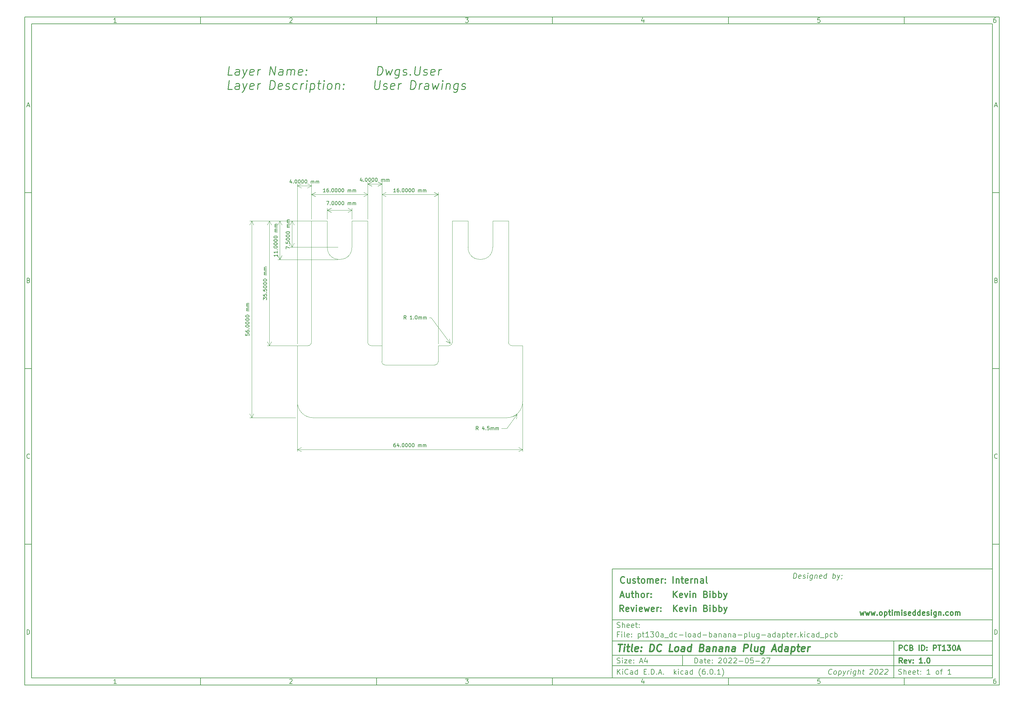
<source format=gbr>
%TF.GenerationSoftware,KiCad,Pcbnew,(6.0.1)*%
%TF.CreationDate,2022-05-27T18:48:01+01:00*%
%TF.ProjectId,pt130a_dc-load-banana-plug-adapter,70743133-3061-45f6-9463-2d6c6f61642d,1.0*%
%TF.SameCoordinates,PX53724e0PY7641700*%
%TF.FileFunction,OtherDrawing,Comment*%
%FSLAX46Y46*%
G04 Gerber Fmt 4.6, Leading zero omitted, Abs format (unit mm)*
G04 Created by KiCad (PCBNEW (6.0.1)) date 2022-05-27 18:48:01*
%MOMM*%
%LPD*%
G01*
G04 APERTURE LIST*
%ADD10C,0.100000*%
%ADD11C,0.150000*%
%ADD12C,0.300000*%
%ADD13C,0.400000*%
%ADD14C,0.360000*%
%TA.AperFunction,Profile*%
%ADD15C,0.050000*%
%TD*%
%ADD16C,0.250000*%
G04 APERTURE END LIST*
D10*
D11*
X89502200Y-43007200D02*
X89502200Y-74007200D01*
X197502200Y-74007200D01*
X197502200Y-43007200D01*
X89502200Y-43007200D01*
D10*
D11*
X-77500000Y114000000D02*
X-77500000Y-76007200D01*
X199502200Y-76007200D01*
X199502200Y114000000D01*
X-77500000Y114000000D01*
D10*
D11*
X-75500000Y112000000D02*
X-75500000Y-74007200D01*
X197502200Y-74007200D01*
X197502200Y112000000D01*
X-75500000Y112000000D01*
D10*
D11*
X-27500000Y112000000D02*
X-27500000Y114000000D01*
D10*
D11*
X22500000Y112000000D02*
X22500000Y114000000D01*
D10*
D11*
X72500000Y112000000D02*
X72500000Y114000000D01*
D10*
D11*
X122500000Y112000000D02*
X122500000Y114000000D01*
D10*
D11*
X172500000Y112000000D02*
X172500000Y114000000D01*
D10*
D11*
X-51434524Y112411905D02*
X-52177381Y112411905D01*
X-51805953Y112411905D02*
X-51805953Y113711905D01*
X-51929762Y113526191D01*
X-52053572Y113402381D01*
X-52177381Y113340477D01*
D10*
D11*
X-2177381Y113588096D02*
X-2115477Y113650000D01*
X-1991667Y113711905D01*
X-1682143Y113711905D01*
X-1558334Y113650000D01*
X-1496429Y113588096D01*
X-1434524Y113464286D01*
X-1434524Y113340477D01*
X-1496429Y113154762D01*
X-2239286Y112411905D01*
X-1434524Y112411905D01*
D10*
D11*
X47760714Y113711905D02*
X48565476Y113711905D01*
X48132142Y113216667D01*
X48317857Y113216667D01*
X48441666Y113154762D01*
X48503571Y113092858D01*
X48565476Y112969048D01*
X48565476Y112659524D01*
X48503571Y112535715D01*
X48441666Y112473810D01*
X48317857Y112411905D01*
X47946428Y112411905D01*
X47822619Y112473810D01*
X47760714Y112535715D01*
D10*
D11*
X98441666Y113278572D02*
X98441666Y112411905D01*
X98132142Y113773810D02*
X97822619Y112845239D01*
X98627380Y112845239D01*
D10*
D11*
X148503571Y113711905D02*
X147884523Y113711905D01*
X147822619Y113092858D01*
X147884523Y113154762D01*
X148008333Y113216667D01*
X148317857Y113216667D01*
X148441666Y113154762D01*
X148503571Y113092858D01*
X148565476Y112969048D01*
X148565476Y112659524D01*
X148503571Y112535715D01*
X148441666Y112473810D01*
X148317857Y112411905D01*
X148008333Y112411905D01*
X147884523Y112473810D01*
X147822619Y112535715D01*
D10*
D11*
X198441666Y113711905D02*
X198194047Y113711905D01*
X198070238Y113650000D01*
X198008333Y113588096D01*
X197884523Y113402381D01*
X197822619Y113154762D01*
X197822619Y112659524D01*
X197884523Y112535715D01*
X197946428Y112473810D01*
X198070238Y112411905D01*
X198317857Y112411905D01*
X198441666Y112473810D01*
X198503571Y112535715D01*
X198565476Y112659524D01*
X198565476Y112969048D01*
X198503571Y113092858D01*
X198441666Y113154762D01*
X198317857Y113216667D01*
X198070238Y113216667D01*
X197946428Y113154762D01*
X197884523Y113092858D01*
X197822619Y112969048D01*
D10*
D11*
X-27500000Y-74007200D02*
X-27500000Y-76007200D01*
D10*
D11*
X22500000Y-74007200D02*
X22500000Y-76007200D01*
D10*
D11*
X72500000Y-74007200D02*
X72500000Y-76007200D01*
D10*
D11*
X122500000Y-74007200D02*
X122500000Y-76007200D01*
D10*
D11*
X172500000Y-74007200D02*
X172500000Y-76007200D01*
D10*
D11*
X-51434524Y-75595295D02*
X-52177381Y-75595295D01*
X-51805953Y-75595295D02*
X-51805953Y-74295295D01*
X-51929762Y-74481009D01*
X-52053572Y-74604819D01*
X-52177381Y-74666723D01*
D10*
D11*
X-2177381Y-74419104D02*
X-2115477Y-74357200D01*
X-1991667Y-74295295D01*
X-1682143Y-74295295D01*
X-1558334Y-74357200D01*
X-1496429Y-74419104D01*
X-1434524Y-74542914D01*
X-1434524Y-74666723D01*
X-1496429Y-74852438D01*
X-2239286Y-75595295D01*
X-1434524Y-75595295D01*
D10*
D11*
X47760714Y-74295295D02*
X48565476Y-74295295D01*
X48132142Y-74790533D01*
X48317857Y-74790533D01*
X48441666Y-74852438D01*
X48503571Y-74914342D01*
X48565476Y-75038152D01*
X48565476Y-75347676D01*
X48503571Y-75471485D01*
X48441666Y-75533390D01*
X48317857Y-75595295D01*
X47946428Y-75595295D01*
X47822619Y-75533390D01*
X47760714Y-75471485D01*
D10*
D11*
X98441666Y-74728628D02*
X98441666Y-75595295D01*
X98132142Y-74233390D02*
X97822619Y-75161961D01*
X98627380Y-75161961D01*
D10*
D11*
X148503571Y-74295295D02*
X147884523Y-74295295D01*
X147822619Y-74914342D01*
X147884523Y-74852438D01*
X148008333Y-74790533D01*
X148317857Y-74790533D01*
X148441666Y-74852438D01*
X148503571Y-74914342D01*
X148565476Y-75038152D01*
X148565476Y-75347676D01*
X148503571Y-75471485D01*
X148441666Y-75533390D01*
X148317857Y-75595295D01*
X148008333Y-75595295D01*
X147884523Y-75533390D01*
X147822619Y-75471485D01*
D10*
D11*
X198441666Y-74295295D02*
X198194047Y-74295295D01*
X198070238Y-74357200D01*
X198008333Y-74419104D01*
X197884523Y-74604819D01*
X197822619Y-74852438D01*
X197822619Y-75347676D01*
X197884523Y-75471485D01*
X197946428Y-75533390D01*
X198070238Y-75595295D01*
X198317857Y-75595295D01*
X198441666Y-75533390D01*
X198503571Y-75471485D01*
X198565476Y-75347676D01*
X198565476Y-75038152D01*
X198503571Y-74914342D01*
X198441666Y-74852438D01*
X198317857Y-74790533D01*
X198070238Y-74790533D01*
X197946428Y-74852438D01*
X197884523Y-74914342D01*
X197822619Y-75038152D01*
D10*
D11*
X-77500000Y64000000D02*
X-75500000Y64000000D01*
D10*
D11*
X-77500000Y14000000D02*
X-75500000Y14000000D01*
D10*
D11*
X-77500000Y-36000000D02*
X-75500000Y-36000000D01*
D10*
D11*
X-76809524Y88783334D02*
X-76190477Y88783334D01*
X-76933334Y88411905D02*
X-76500000Y89711905D01*
X-76066667Y88411905D01*
D10*
D11*
X-76407143Y39092858D02*
X-76221429Y39030953D01*
X-76159524Y38969048D01*
X-76097620Y38845239D01*
X-76097620Y38659524D01*
X-76159524Y38535715D01*
X-76221429Y38473810D01*
X-76345239Y38411905D01*
X-76840477Y38411905D01*
X-76840477Y39711905D01*
X-76407143Y39711905D01*
X-76283334Y39650000D01*
X-76221429Y39588096D01*
X-76159524Y39464286D01*
X-76159524Y39340477D01*
X-76221429Y39216667D01*
X-76283334Y39154762D01*
X-76407143Y39092858D01*
X-76840477Y39092858D01*
D10*
D11*
X-76097620Y-11464285D02*
X-76159524Y-11526190D01*
X-76345239Y-11588095D01*
X-76469048Y-11588095D01*
X-76654762Y-11526190D01*
X-76778572Y-11402380D01*
X-76840477Y-11278571D01*
X-76902381Y-11030952D01*
X-76902381Y-10845238D01*
X-76840477Y-10597619D01*
X-76778572Y-10473809D01*
X-76654762Y-10350000D01*
X-76469048Y-10288095D01*
X-76345239Y-10288095D01*
X-76159524Y-10350000D01*
X-76097620Y-10411904D01*
D10*
D11*
X-76840477Y-61588095D02*
X-76840477Y-60288095D01*
X-76530953Y-60288095D01*
X-76345239Y-60350000D01*
X-76221429Y-60473809D01*
X-76159524Y-60597619D01*
X-76097620Y-60845238D01*
X-76097620Y-61030952D01*
X-76159524Y-61278571D01*
X-76221429Y-61402380D01*
X-76345239Y-61526190D01*
X-76530953Y-61588095D01*
X-76840477Y-61588095D01*
D10*
D11*
X199502200Y64000000D02*
X197502200Y64000000D01*
D10*
D11*
X199502200Y14000000D02*
X197502200Y14000000D01*
D10*
D11*
X199502200Y-36000000D02*
X197502200Y-36000000D01*
D10*
D11*
X198192676Y88783334D02*
X198811723Y88783334D01*
X198068866Y88411905D02*
X198502200Y89711905D01*
X198935533Y88411905D01*
D10*
D11*
X198595057Y39092858D02*
X198780771Y39030953D01*
X198842676Y38969048D01*
X198904580Y38845239D01*
X198904580Y38659524D01*
X198842676Y38535715D01*
X198780771Y38473810D01*
X198656961Y38411905D01*
X198161723Y38411905D01*
X198161723Y39711905D01*
X198595057Y39711905D01*
X198718866Y39650000D01*
X198780771Y39588096D01*
X198842676Y39464286D01*
X198842676Y39340477D01*
X198780771Y39216667D01*
X198718866Y39154762D01*
X198595057Y39092858D01*
X198161723Y39092858D01*
D10*
D11*
X198904580Y-11464285D02*
X198842676Y-11526190D01*
X198656961Y-11588095D01*
X198533152Y-11588095D01*
X198347438Y-11526190D01*
X198223628Y-11402380D01*
X198161723Y-11278571D01*
X198099819Y-11030952D01*
X198099819Y-10845238D01*
X198161723Y-10597619D01*
X198223628Y-10473809D01*
X198347438Y-10350000D01*
X198533152Y-10288095D01*
X198656961Y-10288095D01*
X198842676Y-10350000D01*
X198904580Y-10411904D01*
D10*
D11*
X198161723Y-61588095D02*
X198161723Y-60288095D01*
X198471247Y-60288095D01*
X198656961Y-60350000D01*
X198780771Y-60473809D01*
X198842676Y-60597619D01*
X198904580Y-60845238D01*
X198904580Y-61030952D01*
X198842676Y-61278571D01*
X198780771Y-61402380D01*
X198656961Y-61526190D01*
X198471247Y-61588095D01*
X198161723Y-61588095D01*
D10*
D11*
X112934342Y-69785771D02*
X112934342Y-68285771D01*
X113291485Y-68285771D01*
X113505771Y-68357200D01*
X113648628Y-68500057D01*
X113720057Y-68642914D01*
X113791485Y-68928628D01*
X113791485Y-69142914D01*
X113720057Y-69428628D01*
X113648628Y-69571485D01*
X113505771Y-69714342D01*
X113291485Y-69785771D01*
X112934342Y-69785771D01*
X115077200Y-69785771D02*
X115077200Y-69000057D01*
X115005771Y-68857200D01*
X114862914Y-68785771D01*
X114577200Y-68785771D01*
X114434342Y-68857200D01*
X115077200Y-69714342D02*
X114934342Y-69785771D01*
X114577200Y-69785771D01*
X114434342Y-69714342D01*
X114362914Y-69571485D01*
X114362914Y-69428628D01*
X114434342Y-69285771D01*
X114577200Y-69214342D01*
X114934342Y-69214342D01*
X115077200Y-69142914D01*
X115577200Y-68785771D02*
X116148628Y-68785771D01*
X115791485Y-68285771D02*
X115791485Y-69571485D01*
X115862914Y-69714342D01*
X116005771Y-69785771D01*
X116148628Y-69785771D01*
X117220057Y-69714342D02*
X117077200Y-69785771D01*
X116791485Y-69785771D01*
X116648628Y-69714342D01*
X116577200Y-69571485D01*
X116577200Y-69000057D01*
X116648628Y-68857200D01*
X116791485Y-68785771D01*
X117077200Y-68785771D01*
X117220057Y-68857200D01*
X117291485Y-69000057D01*
X117291485Y-69142914D01*
X116577200Y-69285771D01*
X117934342Y-69642914D02*
X118005771Y-69714342D01*
X117934342Y-69785771D01*
X117862914Y-69714342D01*
X117934342Y-69642914D01*
X117934342Y-69785771D01*
X117934342Y-68857200D02*
X118005771Y-68928628D01*
X117934342Y-69000057D01*
X117862914Y-68928628D01*
X117934342Y-68857200D01*
X117934342Y-69000057D01*
X119720057Y-68428628D02*
X119791485Y-68357200D01*
X119934342Y-68285771D01*
X120291485Y-68285771D01*
X120434342Y-68357200D01*
X120505771Y-68428628D01*
X120577200Y-68571485D01*
X120577200Y-68714342D01*
X120505771Y-68928628D01*
X119648628Y-69785771D01*
X120577200Y-69785771D01*
X121505771Y-68285771D02*
X121648628Y-68285771D01*
X121791485Y-68357200D01*
X121862914Y-68428628D01*
X121934342Y-68571485D01*
X122005771Y-68857200D01*
X122005771Y-69214342D01*
X121934342Y-69500057D01*
X121862914Y-69642914D01*
X121791485Y-69714342D01*
X121648628Y-69785771D01*
X121505771Y-69785771D01*
X121362914Y-69714342D01*
X121291485Y-69642914D01*
X121220057Y-69500057D01*
X121148628Y-69214342D01*
X121148628Y-68857200D01*
X121220057Y-68571485D01*
X121291485Y-68428628D01*
X121362914Y-68357200D01*
X121505771Y-68285771D01*
X122577200Y-68428628D02*
X122648628Y-68357200D01*
X122791485Y-68285771D01*
X123148628Y-68285771D01*
X123291485Y-68357200D01*
X123362914Y-68428628D01*
X123434342Y-68571485D01*
X123434342Y-68714342D01*
X123362914Y-68928628D01*
X122505771Y-69785771D01*
X123434342Y-69785771D01*
X124005771Y-68428628D02*
X124077200Y-68357200D01*
X124220057Y-68285771D01*
X124577200Y-68285771D01*
X124720057Y-68357200D01*
X124791485Y-68428628D01*
X124862914Y-68571485D01*
X124862914Y-68714342D01*
X124791485Y-68928628D01*
X123934342Y-69785771D01*
X124862914Y-69785771D01*
X125505771Y-69214342D02*
X126648628Y-69214342D01*
X127648628Y-68285771D02*
X127791485Y-68285771D01*
X127934342Y-68357200D01*
X128005771Y-68428628D01*
X128077200Y-68571485D01*
X128148628Y-68857200D01*
X128148628Y-69214342D01*
X128077200Y-69500057D01*
X128005771Y-69642914D01*
X127934342Y-69714342D01*
X127791485Y-69785771D01*
X127648628Y-69785771D01*
X127505771Y-69714342D01*
X127434342Y-69642914D01*
X127362914Y-69500057D01*
X127291485Y-69214342D01*
X127291485Y-68857200D01*
X127362914Y-68571485D01*
X127434342Y-68428628D01*
X127505771Y-68357200D01*
X127648628Y-68285771D01*
X129505771Y-68285771D02*
X128791485Y-68285771D01*
X128720057Y-69000057D01*
X128791485Y-68928628D01*
X128934342Y-68857200D01*
X129291485Y-68857200D01*
X129434342Y-68928628D01*
X129505771Y-69000057D01*
X129577200Y-69142914D01*
X129577200Y-69500057D01*
X129505771Y-69642914D01*
X129434342Y-69714342D01*
X129291485Y-69785771D01*
X128934342Y-69785771D01*
X128791485Y-69714342D01*
X128720057Y-69642914D01*
X130220057Y-69214342D02*
X131362914Y-69214342D01*
X132005771Y-68428628D02*
X132077200Y-68357200D01*
X132220057Y-68285771D01*
X132577200Y-68285771D01*
X132720057Y-68357200D01*
X132791485Y-68428628D01*
X132862914Y-68571485D01*
X132862914Y-68714342D01*
X132791485Y-68928628D01*
X131934342Y-69785771D01*
X132862914Y-69785771D01*
X133362914Y-68285771D02*
X134362914Y-68285771D01*
X133720057Y-69785771D01*
D10*
D11*
X89502200Y-70507200D02*
X197502200Y-70507200D01*
D10*
D11*
X90934342Y-72985771D02*
X90934342Y-71485771D01*
X91791485Y-72985771D02*
X91148628Y-72128628D01*
X91791485Y-71485771D02*
X90934342Y-72342914D01*
X92434342Y-72985771D02*
X92434342Y-71985771D01*
X92434342Y-71485771D02*
X92362914Y-71557200D01*
X92434342Y-71628628D01*
X92505771Y-71557200D01*
X92434342Y-71485771D01*
X92434342Y-71628628D01*
X94005771Y-72842914D02*
X93934342Y-72914342D01*
X93720057Y-72985771D01*
X93577200Y-72985771D01*
X93362914Y-72914342D01*
X93220057Y-72771485D01*
X93148628Y-72628628D01*
X93077200Y-72342914D01*
X93077200Y-72128628D01*
X93148628Y-71842914D01*
X93220057Y-71700057D01*
X93362914Y-71557200D01*
X93577200Y-71485771D01*
X93720057Y-71485771D01*
X93934342Y-71557200D01*
X94005771Y-71628628D01*
X95291485Y-72985771D02*
X95291485Y-72200057D01*
X95220057Y-72057200D01*
X95077200Y-71985771D01*
X94791485Y-71985771D01*
X94648628Y-72057200D01*
X95291485Y-72914342D02*
X95148628Y-72985771D01*
X94791485Y-72985771D01*
X94648628Y-72914342D01*
X94577200Y-72771485D01*
X94577200Y-72628628D01*
X94648628Y-72485771D01*
X94791485Y-72414342D01*
X95148628Y-72414342D01*
X95291485Y-72342914D01*
X96648628Y-72985771D02*
X96648628Y-71485771D01*
X96648628Y-72914342D02*
X96505771Y-72985771D01*
X96220057Y-72985771D01*
X96077200Y-72914342D01*
X96005771Y-72842914D01*
X95934342Y-72700057D01*
X95934342Y-72271485D01*
X96005771Y-72128628D01*
X96077200Y-72057200D01*
X96220057Y-71985771D01*
X96505771Y-71985771D01*
X96648628Y-72057200D01*
X98505771Y-72200057D02*
X99005771Y-72200057D01*
X99220057Y-72985771D02*
X98505771Y-72985771D01*
X98505771Y-71485771D01*
X99220057Y-71485771D01*
X99862914Y-72842914D02*
X99934342Y-72914342D01*
X99862914Y-72985771D01*
X99791485Y-72914342D01*
X99862914Y-72842914D01*
X99862914Y-72985771D01*
X100577200Y-72985771D02*
X100577200Y-71485771D01*
X100934342Y-71485771D01*
X101148628Y-71557200D01*
X101291485Y-71700057D01*
X101362914Y-71842914D01*
X101434342Y-72128628D01*
X101434342Y-72342914D01*
X101362914Y-72628628D01*
X101291485Y-72771485D01*
X101148628Y-72914342D01*
X100934342Y-72985771D01*
X100577200Y-72985771D01*
X102077200Y-72842914D02*
X102148628Y-72914342D01*
X102077200Y-72985771D01*
X102005771Y-72914342D01*
X102077200Y-72842914D01*
X102077200Y-72985771D01*
X102720057Y-72557200D02*
X103434342Y-72557200D01*
X102577200Y-72985771D02*
X103077200Y-71485771D01*
X103577200Y-72985771D01*
X104077200Y-72842914D02*
X104148628Y-72914342D01*
X104077200Y-72985771D01*
X104005771Y-72914342D01*
X104077200Y-72842914D01*
X104077200Y-72985771D01*
X107077200Y-72985771D02*
X107077200Y-71485771D01*
X107220057Y-72414342D02*
X107648628Y-72985771D01*
X107648628Y-71985771D02*
X107077200Y-72557200D01*
X108291485Y-72985771D02*
X108291485Y-71985771D01*
X108291485Y-71485771D02*
X108220057Y-71557200D01*
X108291485Y-71628628D01*
X108362914Y-71557200D01*
X108291485Y-71485771D01*
X108291485Y-71628628D01*
X109648628Y-72914342D02*
X109505771Y-72985771D01*
X109220057Y-72985771D01*
X109077200Y-72914342D01*
X109005771Y-72842914D01*
X108934342Y-72700057D01*
X108934342Y-72271485D01*
X109005771Y-72128628D01*
X109077200Y-72057200D01*
X109220057Y-71985771D01*
X109505771Y-71985771D01*
X109648628Y-72057200D01*
X110934342Y-72985771D02*
X110934342Y-72200057D01*
X110862914Y-72057200D01*
X110720057Y-71985771D01*
X110434342Y-71985771D01*
X110291485Y-72057200D01*
X110934342Y-72914342D02*
X110791485Y-72985771D01*
X110434342Y-72985771D01*
X110291485Y-72914342D01*
X110220057Y-72771485D01*
X110220057Y-72628628D01*
X110291485Y-72485771D01*
X110434342Y-72414342D01*
X110791485Y-72414342D01*
X110934342Y-72342914D01*
X112291485Y-72985771D02*
X112291485Y-71485771D01*
X112291485Y-72914342D02*
X112148628Y-72985771D01*
X111862914Y-72985771D01*
X111720057Y-72914342D01*
X111648628Y-72842914D01*
X111577200Y-72700057D01*
X111577200Y-72271485D01*
X111648628Y-72128628D01*
X111720057Y-72057200D01*
X111862914Y-71985771D01*
X112148628Y-71985771D01*
X112291485Y-72057200D01*
X114577200Y-73557200D02*
X114505771Y-73485771D01*
X114362914Y-73271485D01*
X114291485Y-73128628D01*
X114220057Y-72914342D01*
X114148628Y-72557200D01*
X114148628Y-72271485D01*
X114220057Y-71914342D01*
X114291485Y-71700057D01*
X114362914Y-71557200D01*
X114505771Y-71342914D01*
X114577200Y-71271485D01*
X115791485Y-71485771D02*
X115505771Y-71485771D01*
X115362914Y-71557200D01*
X115291485Y-71628628D01*
X115148628Y-71842914D01*
X115077200Y-72128628D01*
X115077200Y-72700057D01*
X115148628Y-72842914D01*
X115220057Y-72914342D01*
X115362914Y-72985771D01*
X115648628Y-72985771D01*
X115791485Y-72914342D01*
X115862914Y-72842914D01*
X115934342Y-72700057D01*
X115934342Y-72342914D01*
X115862914Y-72200057D01*
X115791485Y-72128628D01*
X115648628Y-72057200D01*
X115362914Y-72057200D01*
X115220057Y-72128628D01*
X115148628Y-72200057D01*
X115077200Y-72342914D01*
X116577200Y-72842914D02*
X116648628Y-72914342D01*
X116577200Y-72985771D01*
X116505771Y-72914342D01*
X116577200Y-72842914D01*
X116577200Y-72985771D01*
X117577200Y-71485771D02*
X117720057Y-71485771D01*
X117862914Y-71557200D01*
X117934342Y-71628628D01*
X118005771Y-71771485D01*
X118077200Y-72057200D01*
X118077200Y-72414342D01*
X118005771Y-72700057D01*
X117934342Y-72842914D01*
X117862914Y-72914342D01*
X117720057Y-72985771D01*
X117577200Y-72985771D01*
X117434342Y-72914342D01*
X117362914Y-72842914D01*
X117291485Y-72700057D01*
X117220057Y-72414342D01*
X117220057Y-72057200D01*
X117291485Y-71771485D01*
X117362914Y-71628628D01*
X117434342Y-71557200D01*
X117577200Y-71485771D01*
X118720057Y-72842914D02*
X118791485Y-72914342D01*
X118720057Y-72985771D01*
X118648628Y-72914342D01*
X118720057Y-72842914D01*
X118720057Y-72985771D01*
X120220057Y-72985771D02*
X119362914Y-72985771D01*
X119791485Y-72985771D02*
X119791485Y-71485771D01*
X119648628Y-71700057D01*
X119505771Y-71842914D01*
X119362914Y-71914342D01*
X120720057Y-73557200D02*
X120791485Y-73485771D01*
X120934342Y-73271485D01*
X121005771Y-73128628D01*
X121077200Y-72914342D01*
X121148628Y-72557200D01*
X121148628Y-72271485D01*
X121077200Y-71914342D01*
X121005771Y-71700057D01*
X120934342Y-71557200D01*
X120791485Y-71342914D01*
X120720057Y-71271485D01*
D10*
D11*
X89502000Y-67507000D02*
X197502000Y-67507000D01*
D10*
D11*
X151816271Y-72842914D02*
X151735914Y-72914342D01*
X151512700Y-72985771D01*
X151369842Y-72985771D01*
X151164485Y-72914342D01*
X151039485Y-72771485D01*
X150985914Y-72628628D01*
X150950200Y-72342914D01*
X150976985Y-72128628D01*
X151084128Y-71842914D01*
X151173414Y-71700057D01*
X151334128Y-71557200D01*
X151557342Y-71485771D01*
X151700200Y-71485771D01*
X151905557Y-71557200D01*
X151968057Y-71628628D01*
X152655557Y-72985771D02*
X152521628Y-72914342D01*
X152459128Y-72842914D01*
X152405557Y-72700057D01*
X152459128Y-72271485D01*
X152548414Y-72128628D01*
X152628771Y-72057200D01*
X152780557Y-71985771D01*
X152994842Y-71985771D01*
X153128771Y-72057200D01*
X153191271Y-72128628D01*
X153244842Y-72271485D01*
X153191271Y-72700057D01*
X153101985Y-72842914D01*
X153021628Y-72914342D01*
X152869842Y-72985771D01*
X152655557Y-72985771D01*
X153923414Y-71985771D02*
X153735914Y-73485771D01*
X153914485Y-72057200D02*
X154066271Y-71985771D01*
X154351985Y-71985771D01*
X154485914Y-72057200D01*
X154548414Y-72128628D01*
X154601985Y-72271485D01*
X154548414Y-72700057D01*
X154459128Y-72842914D01*
X154378771Y-72914342D01*
X154226985Y-72985771D01*
X153941271Y-72985771D01*
X153807342Y-72914342D01*
X155137700Y-71985771D02*
X155369842Y-72985771D01*
X155851985Y-71985771D02*
X155369842Y-72985771D01*
X155182342Y-73342914D01*
X155101985Y-73414342D01*
X154950200Y-73485771D01*
X156298414Y-72985771D02*
X156423414Y-71985771D01*
X156387700Y-72271485D02*
X156476985Y-72128628D01*
X156557342Y-72057200D01*
X156709128Y-71985771D01*
X156851985Y-71985771D01*
X157226985Y-72985771D02*
X157351985Y-71985771D01*
X157414485Y-71485771D02*
X157334128Y-71557200D01*
X157396628Y-71628628D01*
X157476985Y-71557200D01*
X157414485Y-71485771D01*
X157396628Y-71628628D01*
X158709128Y-71985771D02*
X158557342Y-73200057D01*
X158468057Y-73342914D01*
X158387700Y-73414342D01*
X158235914Y-73485771D01*
X158021628Y-73485771D01*
X157887700Y-73414342D01*
X158593057Y-72914342D02*
X158441271Y-72985771D01*
X158155557Y-72985771D01*
X158021628Y-72914342D01*
X157959128Y-72842914D01*
X157905557Y-72700057D01*
X157959128Y-72271485D01*
X158048414Y-72128628D01*
X158128771Y-72057200D01*
X158280557Y-71985771D01*
X158566271Y-71985771D01*
X158700200Y-72057200D01*
X159298414Y-72985771D02*
X159485914Y-71485771D01*
X159941271Y-72985771D02*
X160039485Y-72200057D01*
X159985914Y-72057200D01*
X159851985Y-71985771D01*
X159637700Y-71985771D01*
X159485914Y-72057200D01*
X159405557Y-72128628D01*
X160566271Y-71985771D02*
X161137700Y-71985771D01*
X160843057Y-71485771D02*
X160682342Y-72771485D01*
X160735914Y-72914342D01*
X160869842Y-72985771D01*
X161012700Y-72985771D01*
X162753771Y-71628628D02*
X162834128Y-71557200D01*
X162985914Y-71485771D01*
X163343057Y-71485771D01*
X163476985Y-71557200D01*
X163539485Y-71628628D01*
X163593057Y-71771485D01*
X163575200Y-71914342D01*
X163476985Y-72128628D01*
X162512700Y-72985771D01*
X163441271Y-72985771D01*
X164557342Y-71485771D02*
X164700200Y-71485771D01*
X164834128Y-71557200D01*
X164896628Y-71628628D01*
X164950200Y-71771485D01*
X164985914Y-72057200D01*
X164941271Y-72414342D01*
X164834128Y-72700057D01*
X164744842Y-72842914D01*
X164664485Y-72914342D01*
X164512700Y-72985771D01*
X164369842Y-72985771D01*
X164235914Y-72914342D01*
X164173414Y-72842914D01*
X164119842Y-72700057D01*
X164084128Y-72414342D01*
X164128771Y-72057200D01*
X164235914Y-71771485D01*
X164325200Y-71628628D01*
X164405557Y-71557200D01*
X164557342Y-71485771D01*
X165610914Y-71628628D02*
X165691271Y-71557200D01*
X165843057Y-71485771D01*
X166200200Y-71485771D01*
X166334128Y-71557200D01*
X166396628Y-71628628D01*
X166450200Y-71771485D01*
X166432342Y-71914342D01*
X166334128Y-72128628D01*
X165369842Y-72985771D01*
X166298414Y-72985771D01*
X167039485Y-71628628D02*
X167119842Y-71557200D01*
X167271628Y-71485771D01*
X167628771Y-71485771D01*
X167762700Y-71557200D01*
X167825200Y-71628628D01*
X167878771Y-71771485D01*
X167860914Y-71914342D01*
X167762700Y-72128628D01*
X166798414Y-72985771D01*
X167726985Y-72985771D01*
D10*
D12*
X171052342Y-66185771D02*
X171052342Y-64685771D01*
X171623771Y-64685771D01*
X171766628Y-64757200D01*
X171838057Y-64828628D01*
X171909485Y-64971485D01*
X171909485Y-65185771D01*
X171838057Y-65328628D01*
X171766628Y-65400057D01*
X171623771Y-65471485D01*
X171052342Y-65471485D01*
X173409485Y-66042914D02*
X173338057Y-66114342D01*
X173123771Y-66185771D01*
X172980914Y-66185771D01*
X172766628Y-66114342D01*
X172623771Y-65971485D01*
X172552342Y-65828628D01*
X172480914Y-65542914D01*
X172480914Y-65328628D01*
X172552342Y-65042914D01*
X172623771Y-64900057D01*
X172766628Y-64757200D01*
X172980914Y-64685771D01*
X173123771Y-64685771D01*
X173338057Y-64757200D01*
X173409485Y-64828628D01*
X174552342Y-65400057D02*
X174766628Y-65471485D01*
X174838057Y-65542914D01*
X174909485Y-65685771D01*
X174909485Y-65900057D01*
X174838057Y-66042914D01*
X174766628Y-66114342D01*
X174623771Y-66185771D01*
X174052342Y-66185771D01*
X174052342Y-64685771D01*
X174552342Y-64685771D01*
X174695200Y-64757200D01*
X174766628Y-64828628D01*
X174838057Y-64971485D01*
X174838057Y-65114342D01*
X174766628Y-65257200D01*
X174695200Y-65328628D01*
X174552342Y-65400057D01*
X174052342Y-65400057D01*
X176695200Y-66185771D02*
X176695200Y-64685771D01*
X177409485Y-66185771D02*
X177409485Y-64685771D01*
X177766628Y-64685771D01*
X177980914Y-64757200D01*
X178123771Y-64900057D01*
X178195200Y-65042914D01*
X178266628Y-65328628D01*
X178266628Y-65542914D01*
X178195200Y-65828628D01*
X178123771Y-65971485D01*
X177980914Y-66114342D01*
X177766628Y-66185771D01*
X177409485Y-66185771D01*
X178909485Y-66042914D02*
X178980914Y-66114342D01*
X178909485Y-66185771D01*
X178838057Y-66114342D01*
X178909485Y-66042914D01*
X178909485Y-66185771D01*
X178909485Y-65257200D02*
X178980914Y-65328628D01*
X178909485Y-65400057D01*
X178838057Y-65328628D01*
X178909485Y-65257200D01*
X178909485Y-65400057D01*
X180766628Y-66185771D02*
X180766628Y-64685771D01*
X181338057Y-64685771D01*
X181480914Y-64757200D01*
X181552342Y-64828628D01*
X181623771Y-64971485D01*
X181623771Y-65185771D01*
X181552342Y-65328628D01*
X181480914Y-65400057D01*
X181338057Y-65471485D01*
X180766628Y-65471485D01*
X182052342Y-64685771D02*
X182909485Y-64685771D01*
X182480914Y-66185771D02*
X182480914Y-64685771D01*
X184195200Y-66185771D02*
X183338057Y-66185771D01*
X183766628Y-66185771D02*
X183766628Y-64685771D01*
X183623771Y-64900057D01*
X183480914Y-65042914D01*
X183338057Y-65114342D01*
X184695200Y-64685771D02*
X185623771Y-64685771D01*
X185123771Y-65257200D01*
X185338057Y-65257200D01*
X185480914Y-65328628D01*
X185552342Y-65400057D01*
X185623771Y-65542914D01*
X185623771Y-65900057D01*
X185552342Y-66042914D01*
X185480914Y-66114342D01*
X185338057Y-66185771D01*
X184909485Y-66185771D01*
X184766628Y-66114342D01*
X184695200Y-66042914D01*
X186552342Y-64685771D02*
X186695200Y-64685771D01*
X186838057Y-64757200D01*
X186909485Y-64828628D01*
X186980914Y-64971485D01*
X187052342Y-65257200D01*
X187052342Y-65614342D01*
X186980914Y-65900057D01*
X186909485Y-66042914D01*
X186838057Y-66114342D01*
X186695200Y-66185771D01*
X186552342Y-66185771D01*
X186409485Y-66114342D01*
X186338057Y-66042914D01*
X186266628Y-65900057D01*
X186195200Y-65614342D01*
X186195200Y-65257200D01*
X186266628Y-64971485D01*
X186338057Y-64828628D01*
X186409485Y-64757200D01*
X186552342Y-64685771D01*
X187623771Y-65757200D02*
X188338057Y-65757200D01*
X187480914Y-66185771D02*
X187980914Y-64685771D01*
X188480914Y-66185771D01*
D10*
D12*
X171911285Y-69785571D02*
X171411285Y-69071285D01*
X171054142Y-69785571D02*
X171054142Y-68285571D01*
X171625571Y-68285571D01*
X171768428Y-68357000D01*
X171839857Y-68428428D01*
X171911285Y-68571285D01*
X171911285Y-68785571D01*
X171839857Y-68928428D01*
X171768428Y-68999857D01*
X171625571Y-69071285D01*
X171054142Y-69071285D01*
X173125571Y-69714142D02*
X172982714Y-69785571D01*
X172697000Y-69785571D01*
X172554142Y-69714142D01*
X172482714Y-69571285D01*
X172482714Y-68999857D01*
X172554142Y-68857000D01*
X172697000Y-68785571D01*
X172982714Y-68785571D01*
X173125571Y-68857000D01*
X173197000Y-68999857D01*
X173197000Y-69142714D01*
X172482714Y-69285571D01*
X173697000Y-68785571D02*
X174054142Y-69785571D01*
X174411285Y-68785571D01*
X174982714Y-69642714D02*
X175054142Y-69714142D01*
X174982714Y-69785571D01*
X174911285Y-69714142D01*
X174982714Y-69642714D01*
X174982714Y-69785571D01*
X174982714Y-68857000D02*
X175054142Y-68928428D01*
X174982714Y-68999857D01*
X174911285Y-68928428D01*
X174982714Y-68857000D01*
X174982714Y-68999857D01*
X177625571Y-69785571D02*
X176768428Y-69785571D01*
X177197000Y-69785571D02*
X177197000Y-68285571D01*
X177054142Y-68499857D01*
X176911285Y-68642714D01*
X176768428Y-68714142D01*
X178268428Y-69642714D02*
X178339857Y-69714142D01*
X178268428Y-69785571D01*
X178197000Y-69714142D01*
X178268428Y-69642714D01*
X178268428Y-69785571D01*
X179268428Y-68285571D02*
X179411285Y-68285571D01*
X179554142Y-68357000D01*
X179625571Y-68428428D01*
X179697000Y-68571285D01*
X179768428Y-68857000D01*
X179768428Y-69214142D01*
X179697000Y-69499857D01*
X179625571Y-69642714D01*
X179554142Y-69714142D01*
X179411285Y-69785571D01*
X179268428Y-69785571D01*
X179125571Y-69714142D01*
X179054142Y-69642714D01*
X178982714Y-69499857D01*
X178911285Y-69214142D01*
X178911285Y-68857000D01*
X178982714Y-68571285D01*
X179054142Y-68428428D01*
X179125571Y-68357000D01*
X179268428Y-68285571D01*
D10*
D11*
X90862914Y-69714342D02*
X91077200Y-69785771D01*
X91434342Y-69785771D01*
X91577200Y-69714342D01*
X91648628Y-69642914D01*
X91720057Y-69500057D01*
X91720057Y-69357200D01*
X91648628Y-69214342D01*
X91577200Y-69142914D01*
X91434342Y-69071485D01*
X91148628Y-69000057D01*
X91005771Y-68928628D01*
X90934342Y-68857200D01*
X90862914Y-68714342D01*
X90862914Y-68571485D01*
X90934342Y-68428628D01*
X91005771Y-68357200D01*
X91148628Y-68285771D01*
X91505771Y-68285771D01*
X91720057Y-68357200D01*
X92362914Y-69785771D02*
X92362914Y-68785771D01*
X92362914Y-68285771D02*
X92291485Y-68357200D01*
X92362914Y-68428628D01*
X92434342Y-68357200D01*
X92362914Y-68285771D01*
X92362914Y-68428628D01*
X92934342Y-68785771D02*
X93720057Y-68785771D01*
X92934342Y-69785771D01*
X93720057Y-69785771D01*
X94862914Y-69714342D02*
X94720057Y-69785771D01*
X94434342Y-69785771D01*
X94291485Y-69714342D01*
X94220057Y-69571485D01*
X94220057Y-69000057D01*
X94291485Y-68857200D01*
X94434342Y-68785771D01*
X94720057Y-68785771D01*
X94862914Y-68857200D01*
X94934342Y-69000057D01*
X94934342Y-69142914D01*
X94220057Y-69285771D01*
X95577200Y-69642914D02*
X95648628Y-69714342D01*
X95577200Y-69785771D01*
X95505771Y-69714342D01*
X95577200Y-69642914D01*
X95577200Y-69785771D01*
X95577200Y-68857200D02*
X95648628Y-68928628D01*
X95577200Y-69000057D01*
X95505771Y-68928628D01*
X95577200Y-68857200D01*
X95577200Y-69000057D01*
X97362914Y-69357200D02*
X98077200Y-69357200D01*
X97220057Y-69785771D02*
X97720057Y-68285771D01*
X98220057Y-69785771D01*
X99362914Y-68785771D02*
X99362914Y-69785771D01*
X99005771Y-68214342D02*
X98648628Y-69285771D01*
X99577200Y-69285771D01*
D10*
D11*
X170862914Y-72914342D02*
X171077200Y-72985771D01*
X171434342Y-72985771D01*
X171577200Y-72914342D01*
X171648628Y-72842914D01*
X171720057Y-72700057D01*
X171720057Y-72557200D01*
X171648628Y-72414342D01*
X171577200Y-72342914D01*
X171434342Y-72271485D01*
X171148628Y-72200057D01*
X171005771Y-72128628D01*
X170934342Y-72057200D01*
X170862914Y-71914342D01*
X170862914Y-71771485D01*
X170934342Y-71628628D01*
X171005771Y-71557200D01*
X171148628Y-71485771D01*
X171505771Y-71485771D01*
X171720057Y-71557200D01*
X172362914Y-72985771D02*
X172362914Y-71485771D01*
X173005771Y-72985771D02*
X173005771Y-72200057D01*
X172934342Y-72057200D01*
X172791485Y-71985771D01*
X172577200Y-71985771D01*
X172434342Y-72057200D01*
X172362914Y-72128628D01*
X174291485Y-72914342D02*
X174148628Y-72985771D01*
X173862914Y-72985771D01*
X173720057Y-72914342D01*
X173648628Y-72771485D01*
X173648628Y-72200057D01*
X173720057Y-72057200D01*
X173862914Y-71985771D01*
X174148628Y-71985771D01*
X174291485Y-72057200D01*
X174362914Y-72200057D01*
X174362914Y-72342914D01*
X173648628Y-72485771D01*
X175577200Y-72914342D02*
X175434342Y-72985771D01*
X175148628Y-72985771D01*
X175005771Y-72914342D01*
X174934342Y-72771485D01*
X174934342Y-72200057D01*
X175005771Y-72057200D01*
X175148628Y-71985771D01*
X175434342Y-71985771D01*
X175577200Y-72057200D01*
X175648628Y-72200057D01*
X175648628Y-72342914D01*
X174934342Y-72485771D01*
X176077200Y-71985771D02*
X176648628Y-71985771D01*
X176291485Y-71485771D02*
X176291485Y-72771485D01*
X176362914Y-72914342D01*
X176505771Y-72985771D01*
X176648628Y-72985771D01*
X177148628Y-72842914D02*
X177220057Y-72914342D01*
X177148628Y-72985771D01*
X177077200Y-72914342D01*
X177148628Y-72842914D01*
X177148628Y-72985771D01*
X177148628Y-72057200D02*
X177220057Y-72128628D01*
X177148628Y-72200057D01*
X177077200Y-72128628D01*
X177148628Y-72057200D01*
X177148628Y-72200057D01*
X179791485Y-72985771D02*
X178934342Y-72985771D01*
X179362914Y-72985771D02*
X179362914Y-71485771D01*
X179220057Y-71700057D01*
X179077200Y-71842914D01*
X178934342Y-71914342D01*
X181791485Y-72985771D02*
X181648628Y-72914342D01*
X181577200Y-72842914D01*
X181505771Y-72700057D01*
X181505771Y-72271485D01*
X181577200Y-72128628D01*
X181648628Y-72057200D01*
X181791485Y-71985771D01*
X182005771Y-71985771D01*
X182148628Y-72057200D01*
X182220057Y-72128628D01*
X182291485Y-72271485D01*
X182291485Y-72700057D01*
X182220057Y-72842914D01*
X182148628Y-72914342D01*
X182005771Y-72985771D01*
X181791485Y-72985771D01*
X182720057Y-71985771D02*
X183291485Y-71985771D01*
X182934342Y-72985771D02*
X182934342Y-71700057D01*
X183005771Y-71557200D01*
X183148628Y-71485771D01*
X183291485Y-71485771D01*
X185720057Y-72985771D02*
X184862914Y-72985771D01*
X185291485Y-72985771D02*
X185291485Y-71485771D01*
X185148628Y-71700057D01*
X185005771Y-71842914D01*
X184862914Y-71914342D01*
D10*
D11*
X89502200Y-63507200D02*
X197502200Y-63507200D01*
D10*
D13*
X91214580Y-64411961D02*
X92357438Y-64411961D01*
X91536009Y-66411961D02*
X91786009Y-64411961D01*
X92774104Y-66411961D02*
X92940771Y-65078628D01*
X93024104Y-64411961D02*
X92916961Y-64507200D01*
X93000295Y-64602438D01*
X93107438Y-64507200D01*
X93024104Y-64411961D01*
X93000295Y-64602438D01*
X93607438Y-65078628D02*
X94369342Y-65078628D01*
X93976485Y-64411961D02*
X93762200Y-66126247D01*
X93833628Y-66316723D01*
X94012200Y-66411961D01*
X94202676Y-66411961D01*
X95155057Y-66411961D02*
X94976485Y-66316723D01*
X94905057Y-66126247D01*
X95119342Y-64411961D01*
X96690771Y-66316723D02*
X96488390Y-66411961D01*
X96107438Y-66411961D01*
X95928866Y-66316723D01*
X95857438Y-66126247D01*
X95952676Y-65364342D01*
X96071723Y-65173866D01*
X96274104Y-65078628D01*
X96655057Y-65078628D01*
X96833628Y-65173866D01*
X96905057Y-65364342D01*
X96881247Y-65554819D01*
X95905057Y-65745295D01*
X97655057Y-66221485D02*
X97738390Y-66316723D01*
X97631247Y-66411961D01*
X97547914Y-66316723D01*
X97655057Y-66221485D01*
X97631247Y-66411961D01*
X97786009Y-65173866D02*
X97869342Y-65269104D01*
X97762200Y-65364342D01*
X97678866Y-65269104D01*
X97786009Y-65173866D01*
X97762200Y-65364342D01*
X100107438Y-66411961D02*
X100357438Y-64411961D01*
X100833628Y-64411961D01*
X101107438Y-64507200D01*
X101274104Y-64697676D01*
X101345533Y-64888152D01*
X101393152Y-65269104D01*
X101357438Y-65554819D01*
X101214580Y-65935771D01*
X101095533Y-66126247D01*
X100881247Y-66316723D01*
X100583628Y-66411961D01*
X100107438Y-66411961D01*
X103274104Y-66221485D02*
X103166961Y-66316723D01*
X102869342Y-66411961D01*
X102678866Y-66411961D01*
X102405057Y-66316723D01*
X102238390Y-66126247D01*
X102166961Y-65935771D01*
X102119342Y-65554819D01*
X102155057Y-65269104D01*
X102297914Y-64888152D01*
X102416961Y-64697676D01*
X102631247Y-64507200D01*
X102928866Y-64411961D01*
X103119342Y-64411961D01*
X103393152Y-64507200D01*
X103476485Y-64602438D01*
X106583628Y-66411961D02*
X105631247Y-66411961D01*
X105881247Y-64411961D01*
X107536009Y-66411961D02*
X107357438Y-66316723D01*
X107274104Y-66221485D01*
X107202676Y-66031009D01*
X107274104Y-65459580D01*
X107393152Y-65269104D01*
X107500295Y-65173866D01*
X107702676Y-65078628D01*
X107988390Y-65078628D01*
X108166961Y-65173866D01*
X108250295Y-65269104D01*
X108321723Y-65459580D01*
X108250295Y-66031009D01*
X108131247Y-66221485D01*
X108024104Y-66316723D01*
X107821723Y-66411961D01*
X107536009Y-66411961D01*
X109916961Y-66411961D02*
X110047914Y-65364342D01*
X109976485Y-65173866D01*
X109797914Y-65078628D01*
X109416961Y-65078628D01*
X109214580Y-65173866D01*
X109928866Y-66316723D02*
X109726485Y-66411961D01*
X109250295Y-66411961D01*
X109071723Y-66316723D01*
X109000295Y-66126247D01*
X109024104Y-65935771D01*
X109143152Y-65745295D01*
X109345533Y-65650057D01*
X109821723Y-65650057D01*
X110024104Y-65554819D01*
X111726485Y-66411961D02*
X111976485Y-64411961D01*
X111738390Y-66316723D02*
X111536009Y-66411961D01*
X111155057Y-66411961D01*
X110976485Y-66316723D01*
X110893152Y-66221485D01*
X110821723Y-66031009D01*
X110893152Y-65459580D01*
X111012200Y-65269104D01*
X111119342Y-65173866D01*
X111321723Y-65078628D01*
X111702676Y-65078628D01*
X111881247Y-65173866D01*
X115000295Y-65364342D02*
X115274104Y-65459580D01*
X115357438Y-65554819D01*
X115428866Y-65745295D01*
X115393152Y-66031009D01*
X115274104Y-66221485D01*
X115166961Y-66316723D01*
X114964580Y-66411961D01*
X114202676Y-66411961D01*
X114452676Y-64411961D01*
X115119342Y-64411961D01*
X115297914Y-64507200D01*
X115381247Y-64602438D01*
X115452676Y-64792914D01*
X115428866Y-64983390D01*
X115309819Y-65173866D01*
X115202676Y-65269104D01*
X115000295Y-65364342D01*
X114333628Y-65364342D01*
X117059819Y-66411961D02*
X117190771Y-65364342D01*
X117119342Y-65173866D01*
X116940771Y-65078628D01*
X116559819Y-65078628D01*
X116357438Y-65173866D01*
X117071723Y-66316723D02*
X116869342Y-66411961D01*
X116393152Y-66411961D01*
X116214580Y-66316723D01*
X116143152Y-66126247D01*
X116166961Y-65935771D01*
X116286009Y-65745295D01*
X116488390Y-65650057D01*
X116964580Y-65650057D01*
X117166961Y-65554819D01*
X118178866Y-65078628D02*
X118012200Y-66411961D01*
X118155057Y-65269104D02*
X118262200Y-65173866D01*
X118464580Y-65078628D01*
X118750295Y-65078628D01*
X118928866Y-65173866D01*
X119000295Y-65364342D01*
X118869342Y-66411961D01*
X120678866Y-66411961D02*
X120809819Y-65364342D01*
X120738390Y-65173866D01*
X120559819Y-65078628D01*
X120178866Y-65078628D01*
X119976485Y-65173866D01*
X120690771Y-66316723D02*
X120488390Y-66411961D01*
X120012200Y-66411961D01*
X119833628Y-66316723D01*
X119762200Y-66126247D01*
X119786009Y-65935771D01*
X119905057Y-65745295D01*
X120107438Y-65650057D01*
X120583628Y-65650057D01*
X120786009Y-65554819D01*
X121797914Y-65078628D02*
X121631247Y-66411961D01*
X121774104Y-65269104D02*
X121881247Y-65173866D01*
X122083628Y-65078628D01*
X122369342Y-65078628D01*
X122547914Y-65173866D01*
X122619342Y-65364342D01*
X122488390Y-66411961D01*
X124297914Y-66411961D02*
X124428866Y-65364342D01*
X124357438Y-65173866D01*
X124178866Y-65078628D01*
X123797914Y-65078628D01*
X123595533Y-65173866D01*
X124309819Y-66316723D02*
X124107438Y-66411961D01*
X123631247Y-66411961D01*
X123452676Y-66316723D01*
X123381247Y-66126247D01*
X123405057Y-65935771D01*
X123524104Y-65745295D01*
X123726485Y-65650057D01*
X124202676Y-65650057D01*
X124405057Y-65554819D01*
X126774104Y-66411961D02*
X127024104Y-64411961D01*
X127786009Y-64411961D01*
X127964580Y-64507200D01*
X128047914Y-64602438D01*
X128119342Y-64792914D01*
X128083628Y-65078628D01*
X127964580Y-65269104D01*
X127857438Y-65364342D01*
X127655057Y-65459580D01*
X126893152Y-65459580D01*
X129059819Y-66411961D02*
X128881247Y-66316723D01*
X128809819Y-66126247D01*
X129024104Y-64411961D01*
X130845533Y-65078628D02*
X130678866Y-66411961D01*
X129988390Y-65078628D02*
X129857438Y-66126247D01*
X129928866Y-66316723D01*
X130107438Y-66411961D01*
X130393152Y-66411961D01*
X130595533Y-66316723D01*
X130702676Y-66221485D01*
X132655057Y-65078628D02*
X132452676Y-66697676D01*
X132333628Y-66888152D01*
X132226485Y-66983390D01*
X132024104Y-67078628D01*
X131738390Y-67078628D01*
X131559819Y-66983390D01*
X132500295Y-66316723D02*
X132297914Y-66411961D01*
X131916961Y-66411961D01*
X131738390Y-66316723D01*
X131655057Y-66221485D01*
X131583628Y-66031009D01*
X131655057Y-65459580D01*
X131774104Y-65269104D01*
X131881247Y-65173866D01*
X132083628Y-65078628D01*
X132464580Y-65078628D01*
X132643152Y-65173866D01*
X134940771Y-65840533D02*
X135893152Y-65840533D01*
X134678866Y-66411961D02*
X135595533Y-64411961D01*
X136012200Y-66411961D01*
X137536009Y-66411961D02*
X137786009Y-64411961D01*
X137547914Y-66316723D02*
X137345533Y-66411961D01*
X136964580Y-66411961D01*
X136786009Y-66316723D01*
X136702676Y-66221485D01*
X136631247Y-66031009D01*
X136702676Y-65459580D01*
X136821723Y-65269104D01*
X136928866Y-65173866D01*
X137131247Y-65078628D01*
X137512200Y-65078628D01*
X137690771Y-65173866D01*
X139345533Y-66411961D02*
X139476485Y-65364342D01*
X139405057Y-65173866D01*
X139226485Y-65078628D01*
X138845533Y-65078628D01*
X138643152Y-65173866D01*
X139357438Y-66316723D02*
X139155057Y-66411961D01*
X138678866Y-66411961D01*
X138500295Y-66316723D01*
X138428866Y-66126247D01*
X138452676Y-65935771D01*
X138571723Y-65745295D01*
X138774104Y-65650057D01*
X139250295Y-65650057D01*
X139452676Y-65554819D01*
X140464580Y-65078628D02*
X140214580Y-67078628D01*
X140452676Y-65173866D02*
X140655057Y-65078628D01*
X141036009Y-65078628D01*
X141214580Y-65173866D01*
X141297914Y-65269104D01*
X141369342Y-65459580D01*
X141297914Y-66031009D01*
X141178866Y-66221485D01*
X141071723Y-66316723D01*
X140869342Y-66411961D01*
X140488390Y-66411961D01*
X140309819Y-66316723D01*
X141988390Y-65078628D02*
X142750295Y-65078628D01*
X142357438Y-64411961D02*
X142143152Y-66126247D01*
X142214580Y-66316723D01*
X142393152Y-66411961D01*
X142583628Y-66411961D01*
X144024104Y-66316723D02*
X143821723Y-66411961D01*
X143440771Y-66411961D01*
X143262199Y-66316723D01*
X143190771Y-66126247D01*
X143286009Y-65364342D01*
X143405057Y-65173866D01*
X143607438Y-65078628D01*
X143988390Y-65078628D01*
X144166961Y-65173866D01*
X144238390Y-65364342D01*
X144214580Y-65554819D01*
X143238390Y-65745295D01*
X144964580Y-66411961D02*
X145131247Y-65078628D01*
X145083628Y-65459580D02*
X145202676Y-65269104D01*
X145309819Y-65173866D01*
X145512199Y-65078628D01*
X145702676Y-65078628D01*
D10*
D11*
X91434342Y-61600057D02*
X90934342Y-61600057D01*
X90934342Y-62385771D02*
X90934342Y-60885771D01*
X91648628Y-60885771D01*
X92220057Y-62385771D02*
X92220057Y-61385771D01*
X92220057Y-60885771D02*
X92148628Y-60957200D01*
X92220057Y-61028628D01*
X92291485Y-60957200D01*
X92220057Y-60885771D01*
X92220057Y-61028628D01*
X93148628Y-62385771D02*
X93005771Y-62314342D01*
X92934342Y-62171485D01*
X92934342Y-60885771D01*
X94291485Y-62314342D02*
X94148628Y-62385771D01*
X93862914Y-62385771D01*
X93720057Y-62314342D01*
X93648628Y-62171485D01*
X93648628Y-61600057D01*
X93720057Y-61457200D01*
X93862914Y-61385771D01*
X94148628Y-61385771D01*
X94291485Y-61457200D01*
X94362914Y-61600057D01*
X94362914Y-61742914D01*
X93648628Y-61885771D01*
X95005771Y-62242914D02*
X95077200Y-62314342D01*
X95005771Y-62385771D01*
X94934342Y-62314342D01*
X95005771Y-62242914D01*
X95005771Y-62385771D01*
X95005771Y-61457200D02*
X95077200Y-61528628D01*
X95005771Y-61600057D01*
X94934342Y-61528628D01*
X95005771Y-61457200D01*
X95005771Y-61600057D01*
X96862914Y-61385771D02*
X96862914Y-62885771D01*
X96862914Y-61457200D02*
X97005771Y-61385771D01*
X97291485Y-61385771D01*
X97434342Y-61457200D01*
X97505771Y-61528628D01*
X97577200Y-61671485D01*
X97577200Y-62100057D01*
X97505771Y-62242914D01*
X97434342Y-62314342D01*
X97291485Y-62385771D01*
X97005771Y-62385771D01*
X96862914Y-62314342D01*
X98005771Y-61385771D02*
X98577200Y-61385771D01*
X98220057Y-60885771D02*
X98220057Y-62171485D01*
X98291485Y-62314342D01*
X98434342Y-62385771D01*
X98577200Y-62385771D01*
X99862914Y-62385771D02*
X99005771Y-62385771D01*
X99434342Y-62385771D02*
X99434342Y-60885771D01*
X99291485Y-61100057D01*
X99148628Y-61242914D01*
X99005771Y-61314342D01*
X100362914Y-60885771D02*
X101291485Y-60885771D01*
X100791485Y-61457200D01*
X101005771Y-61457200D01*
X101148628Y-61528628D01*
X101220057Y-61600057D01*
X101291485Y-61742914D01*
X101291485Y-62100057D01*
X101220057Y-62242914D01*
X101148628Y-62314342D01*
X101005771Y-62385771D01*
X100577200Y-62385771D01*
X100434342Y-62314342D01*
X100362914Y-62242914D01*
X102220057Y-60885771D02*
X102362914Y-60885771D01*
X102505771Y-60957200D01*
X102577200Y-61028628D01*
X102648628Y-61171485D01*
X102720057Y-61457200D01*
X102720057Y-61814342D01*
X102648628Y-62100057D01*
X102577200Y-62242914D01*
X102505771Y-62314342D01*
X102362914Y-62385771D01*
X102220057Y-62385771D01*
X102077200Y-62314342D01*
X102005771Y-62242914D01*
X101934342Y-62100057D01*
X101862914Y-61814342D01*
X101862914Y-61457200D01*
X101934342Y-61171485D01*
X102005771Y-61028628D01*
X102077200Y-60957200D01*
X102220057Y-60885771D01*
X104005771Y-62385771D02*
X104005771Y-61600057D01*
X103934342Y-61457200D01*
X103791485Y-61385771D01*
X103505771Y-61385771D01*
X103362914Y-61457200D01*
X104005771Y-62314342D02*
X103862914Y-62385771D01*
X103505771Y-62385771D01*
X103362914Y-62314342D01*
X103291485Y-62171485D01*
X103291485Y-62028628D01*
X103362914Y-61885771D01*
X103505771Y-61814342D01*
X103862914Y-61814342D01*
X104005771Y-61742914D01*
X104362914Y-62528628D02*
X105505771Y-62528628D01*
X106505771Y-62385771D02*
X106505771Y-60885771D01*
X106505771Y-62314342D02*
X106362914Y-62385771D01*
X106077200Y-62385771D01*
X105934342Y-62314342D01*
X105862914Y-62242914D01*
X105791485Y-62100057D01*
X105791485Y-61671485D01*
X105862914Y-61528628D01*
X105934342Y-61457200D01*
X106077200Y-61385771D01*
X106362914Y-61385771D01*
X106505771Y-61457200D01*
X107862914Y-62314342D02*
X107720057Y-62385771D01*
X107434342Y-62385771D01*
X107291485Y-62314342D01*
X107220057Y-62242914D01*
X107148628Y-62100057D01*
X107148628Y-61671485D01*
X107220057Y-61528628D01*
X107291485Y-61457200D01*
X107434342Y-61385771D01*
X107720057Y-61385771D01*
X107862914Y-61457200D01*
X108505771Y-61814342D02*
X109648628Y-61814342D01*
X110577200Y-62385771D02*
X110434342Y-62314342D01*
X110362914Y-62171485D01*
X110362914Y-60885771D01*
X111362914Y-62385771D02*
X111220057Y-62314342D01*
X111148628Y-62242914D01*
X111077200Y-62100057D01*
X111077200Y-61671485D01*
X111148628Y-61528628D01*
X111220057Y-61457200D01*
X111362914Y-61385771D01*
X111577200Y-61385771D01*
X111720057Y-61457200D01*
X111791485Y-61528628D01*
X111862914Y-61671485D01*
X111862914Y-62100057D01*
X111791485Y-62242914D01*
X111720057Y-62314342D01*
X111577200Y-62385771D01*
X111362914Y-62385771D01*
X113148628Y-62385771D02*
X113148628Y-61600057D01*
X113077200Y-61457200D01*
X112934342Y-61385771D01*
X112648628Y-61385771D01*
X112505771Y-61457200D01*
X113148628Y-62314342D02*
X113005771Y-62385771D01*
X112648628Y-62385771D01*
X112505771Y-62314342D01*
X112434342Y-62171485D01*
X112434342Y-62028628D01*
X112505771Y-61885771D01*
X112648628Y-61814342D01*
X113005771Y-61814342D01*
X113148628Y-61742914D01*
X114505771Y-62385771D02*
X114505771Y-60885771D01*
X114505771Y-62314342D02*
X114362914Y-62385771D01*
X114077200Y-62385771D01*
X113934342Y-62314342D01*
X113862914Y-62242914D01*
X113791485Y-62100057D01*
X113791485Y-61671485D01*
X113862914Y-61528628D01*
X113934342Y-61457200D01*
X114077200Y-61385771D01*
X114362914Y-61385771D01*
X114505771Y-61457200D01*
X115220057Y-61814342D02*
X116362914Y-61814342D01*
X117077200Y-62385771D02*
X117077200Y-60885771D01*
X117077200Y-61457200D02*
X117220057Y-61385771D01*
X117505771Y-61385771D01*
X117648628Y-61457200D01*
X117720057Y-61528628D01*
X117791485Y-61671485D01*
X117791485Y-62100057D01*
X117720057Y-62242914D01*
X117648628Y-62314342D01*
X117505771Y-62385771D01*
X117220057Y-62385771D01*
X117077200Y-62314342D01*
X119077200Y-62385771D02*
X119077200Y-61600057D01*
X119005771Y-61457200D01*
X118862914Y-61385771D01*
X118577200Y-61385771D01*
X118434342Y-61457200D01*
X119077200Y-62314342D02*
X118934342Y-62385771D01*
X118577200Y-62385771D01*
X118434342Y-62314342D01*
X118362914Y-62171485D01*
X118362914Y-62028628D01*
X118434342Y-61885771D01*
X118577200Y-61814342D01*
X118934342Y-61814342D01*
X119077200Y-61742914D01*
X119791485Y-61385771D02*
X119791485Y-62385771D01*
X119791485Y-61528628D02*
X119862914Y-61457200D01*
X120005771Y-61385771D01*
X120220057Y-61385771D01*
X120362914Y-61457200D01*
X120434342Y-61600057D01*
X120434342Y-62385771D01*
X121791485Y-62385771D02*
X121791485Y-61600057D01*
X121720057Y-61457200D01*
X121577200Y-61385771D01*
X121291485Y-61385771D01*
X121148628Y-61457200D01*
X121791485Y-62314342D02*
X121648628Y-62385771D01*
X121291485Y-62385771D01*
X121148628Y-62314342D01*
X121077200Y-62171485D01*
X121077200Y-62028628D01*
X121148628Y-61885771D01*
X121291485Y-61814342D01*
X121648628Y-61814342D01*
X121791485Y-61742914D01*
X122505771Y-61385771D02*
X122505771Y-62385771D01*
X122505771Y-61528628D02*
X122577200Y-61457200D01*
X122720057Y-61385771D01*
X122934342Y-61385771D01*
X123077200Y-61457200D01*
X123148628Y-61600057D01*
X123148628Y-62385771D01*
X124505771Y-62385771D02*
X124505771Y-61600057D01*
X124434342Y-61457200D01*
X124291485Y-61385771D01*
X124005771Y-61385771D01*
X123862914Y-61457200D01*
X124505771Y-62314342D02*
X124362914Y-62385771D01*
X124005771Y-62385771D01*
X123862914Y-62314342D01*
X123791485Y-62171485D01*
X123791485Y-62028628D01*
X123862914Y-61885771D01*
X124005771Y-61814342D01*
X124362914Y-61814342D01*
X124505771Y-61742914D01*
X125220057Y-61814342D02*
X126362914Y-61814342D01*
X127077200Y-61385771D02*
X127077200Y-62885771D01*
X127077200Y-61457200D02*
X127220057Y-61385771D01*
X127505771Y-61385771D01*
X127648628Y-61457200D01*
X127720057Y-61528628D01*
X127791485Y-61671485D01*
X127791485Y-62100057D01*
X127720057Y-62242914D01*
X127648628Y-62314342D01*
X127505771Y-62385771D01*
X127220057Y-62385771D01*
X127077200Y-62314342D01*
X128648628Y-62385771D02*
X128505771Y-62314342D01*
X128434342Y-62171485D01*
X128434342Y-60885771D01*
X129862914Y-61385771D02*
X129862914Y-62385771D01*
X129220057Y-61385771D02*
X129220057Y-62171485D01*
X129291485Y-62314342D01*
X129434342Y-62385771D01*
X129648628Y-62385771D01*
X129791485Y-62314342D01*
X129862914Y-62242914D01*
X131220057Y-61385771D02*
X131220057Y-62600057D01*
X131148628Y-62742914D01*
X131077200Y-62814342D01*
X130934342Y-62885771D01*
X130720057Y-62885771D01*
X130577200Y-62814342D01*
X131220057Y-62314342D02*
X131077200Y-62385771D01*
X130791485Y-62385771D01*
X130648628Y-62314342D01*
X130577200Y-62242914D01*
X130505771Y-62100057D01*
X130505771Y-61671485D01*
X130577200Y-61528628D01*
X130648628Y-61457200D01*
X130791485Y-61385771D01*
X131077200Y-61385771D01*
X131220057Y-61457200D01*
X131934342Y-61814342D02*
X133077200Y-61814342D01*
X134434342Y-62385771D02*
X134434342Y-61600057D01*
X134362914Y-61457200D01*
X134220057Y-61385771D01*
X133934342Y-61385771D01*
X133791485Y-61457200D01*
X134434342Y-62314342D02*
X134291485Y-62385771D01*
X133934342Y-62385771D01*
X133791485Y-62314342D01*
X133720057Y-62171485D01*
X133720057Y-62028628D01*
X133791485Y-61885771D01*
X133934342Y-61814342D01*
X134291485Y-61814342D01*
X134434342Y-61742914D01*
X135791485Y-62385771D02*
X135791485Y-60885771D01*
X135791485Y-62314342D02*
X135648628Y-62385771D01*
X135362914Y-62385771D01*
X135220057Y-62314342D01*
X135148628Y-62242914D01*
X135077200Y-62100057D01*
X135077200Y-61671485D01*
X135148628Y-61528628D01*
X135220057Y-61457200D01*
X135362914Y-61385771D01*
X135648628Y-61385771D01*
X135791485Y-61457200D01*
X137148628Y-62385771D02*
X137148628Y-61600057D01*
X137077200Y-61457200D01*
X136934342Y-61385771D01*
X136648628Y-61385771D01*
X136505771Y-61457200D01*
X137148628Y-62314342D02*
X137005771Y-62385771D01*
X136648628Y-62385771D01*
X136505771Y-62314342D01*
X136434342Y-62171485D01*
X136434342Y-62028628D01*
X136505771Y-61885771D01*
X136648628Y-61814342D01*
X137005771Y-61814342D01*
X137148628Y-61742914D01*
X137862914Y-61385771D02*
X137862914Y-62885771D01*
X137862914Y-61457200D02*
X138005771Y-61385771D01*
X138291485Y-61385771D01*
X138434342Y-61457200D01*
X138505771Y-61528628D01*
X138577200Y-61671485D01*
X138577200Y-62100057D01*
X138505771Y-62242914D01*
X138434342Y-62314342D01*
X138291485Y-62385771D01*
X138005771Y-62385771D01*
X137862914Y-62314342D01*
X139005771Y-61385771D02*
X139577200Y-61385771D01*
X139220057Y-60885771D02*
X139220057Y-62171485D01*
X139291485Y-62314342D01*
X139434342Y-62385771D01*
X139577200Y-62385771D01*
X140648628Y-62314342D02*
X140505771Y-62385771D01*
X140220057Y-62385771D01*
X140077200Y-62314342D01*
X140005771Y-62171485D01*
X140005771Y-61600057D01*
X140077200Y-61457200D01*
X140220057Y-61385771D01*
X140505771Y-61385771D01*
X140648628Y-61457200D01*
X140720057Y-61600057D01*
X140720057Y-61742914D01*
X140005771Y-61885771D01*
X141362914Y-62385771D02*
X141362914Y-61385771D01*
X141362914Y-61671485D02*
X141434342Y-61528628D01*
X141505771Y-61457200D01*
X141648628Y-61385771D01*
X141791485Y-61385771D01*
X142291485Y-62242914D02*
X142362914Y-62314342D01*
X142291485Y-62385771D01*
X142220057Y-62314342D01*
X142291485Y-62242914D01*
X142291485Y-62385771D01*
X143005771Y-62385771D02*
X143005771Y-60885771D01*
X143148628Y-61814342D02*
X143577200Y-62385771D01*
X143577200Y-61385771D02*
X143005771Y-61957200D01*
X144220057Y-62385771D02*
X144220057Y-61385771D01*
X144220057Y-60885771D02*
X144148628Y-60957200D01*
X144220057Y-61028628D01*
X144291485Y-60957200D01*
X144220057Y-60885771D01*
X144220057Y-61028628D01*
X145577200Y-62314342D02*
X145434342Y-62385771D01*
X145148628Y-62385771D01*
X145005771Y-62314342D01*
X144934342Y-62242914D01*
X144862914Y-62100057D01*
X144862914Y-61671485D01*
X144934342Y-61528628D01*
X145005771Y-61457200D01*
X145148628Y-61385771D01*
X145434342Y-61385771D01*
X145577200Y-61457200D01*
X146862914Y-62385771D02*
X146862914Y-61600057D01*
X146791485Y-61457200D01*
X146648628Y-61385771D01*
X146362914Y-61385771D01*
X146220057Y-61457200D01*
X146862914Y-62314342D02*
X146720057Y-62385771D01*
X146362914Y-62385771D01*
X146220057Y-62314342D01*
X146148628Y-62171485D01*
X146148628Y-62028628D01*
X146220057Y-61885771D01*
X146362914Y-61814342D01*
X146720057Y-61814342D01*
X146862914Y-61742914D01*
X148220057Y-62385771D02*
X148220057Y-60885771D01*
X148220057Y-62314342D02*
X148077200Y-62385771D01*
X147791485Y-62385771D01*
X147648628Y-62314342D01*
X147577200Y-62242914D01*
X147505771Y-62100057D01*
X147505771Y-61671485D01*
X147577200Y-61528628D01*
X147648628Y-61457200D01*
X147791485Y-61385771D01*
X148077200Y-61385771D01*
X148220057Y-61457200D01*
X148577200Y-62528628D02*
X149720057Y-62528628D01*
X150077200Y-61385771D02*
X150077200Y-62885771D01*
X150077200Y-61457200D02*
X150220057Y-61385771D01*
X150505771Y-61385771D01*
X150648628Y-61457200D01*
X150720057Y-61528628D01*
X150791485Y-61671485D01*
X150791485Y-62100057D01*
X150720057Y-62242914D01*
X150648628Y-62314342D01*
X150505771Y-62385771D01*
X150220057Y-62385771D01*
X150077200Y-62314342D01*
X152077200Y-62314342D02*
X151934342Y-62385771D01*
X151648628Y-62385771D01*
X151505771Y-62314342D01*
X151434342Y-62242914D01*
X151362914Y-62100057D01*
X151362914Y-61671485D01*
X151434342Y-61528628D01*
X151505771Y-61457200D01*
X151648628Y-61385771D01*
X151934342Y-61385771D01*
X152077200Y-61457200D01*
X152720057Y-62385771D02*
X152720057Y-60885771D01*
X152720057Y-61457200D02*
X152862914Y-61385771D01*
X153148628Y-61385771D01*
X153291485Y-61457200D01*
X153362914Y-61528628D01*
X153434342Y-61671485D01*
X153434342Y-62100057D01*
X153362914Y-62242914D01*
X153291485Y-62314342D01*
X153148628Y-62385771D01*
X152862914Y-62385771D01*
X152720057Y-62314342D01*
D10*
D11*
X89502200Y-57507200D02*
X197502200Y-57507200D01*
D10*
D11*
X90862914Y-59614342D02*
X91077200Y-59685771D01*
X91434342Y-59685771D01*
X91577200Y-59614342D01*
X91648628Y-59542914D01*
X91720057Y-59400057D01*
X91720057Y-59257200D01*
X91648628Y-59114342D01*
X91577200Y-59042914D01*
X91434342Y-58971485D01*
X91148628Y-58900057D01*
X91005771Y-58828628D01*
X90934342Y-58757200D01*
X90862914Y-58614342D01*
X90862914Y-58471485D01*
X90934342Y-58328628D01*
X91005771Y-58257200D01*
X91148628Y-58185771D01*
X91505771Y-58185771D01*
X91720057Y-58257200D01*
X92362914Y-59685771D02*
X92362914Y-58185771D01*
X93005771Y-59685771D02*
X93005771Y-58900057D01*
X92934342Y-58757200D01*
X92791485Y-58685771D01*
X92577200Y-58685771D01*
X92434342Y-58757200D01*
X92362914Y-58828628D01*
X94291485Y-59614342D02*
X94148628Y-59685771D01*
X93862914Y-59685771D01*
X93720057Y-59614342D01*
X93648628Y-59471485D01*
X93648628Y-58900057D01*
X93720057Y-58757200D01*
X93862914Y-58685771D01*
X94148628Y-58685771D01*
X94291485Y-58757200D01*
X94362914Y-58900057D01*
X94362914Y-59042914D01*
X93648628Y-59185771D01*
X95577200Y-59614342D02*
X95434342Y-59685771D01*
X95148628Y-59685771D01*
X95005771Y-59614342D01*
X94934342Y-59471485D01*
X94934342Y-58900057D01*
X95005771Y-58757200D01*
X95148628Y-58685771D01*
X95434342Y-58685771D01*
X95577200Y-58757200D01*
X95648628Y-58900057D01*
X95648628Y-59042914D01*
X94934342Y-59185771D01*
X96077200Y-58685771D02*
X96648628Y-58685771D01*
X96291485Y-58185771D02*
X96291485Y-59471485D01*
X96362914Y-59614342D01*
X96505771Y-59685771D01*
X96648628Y-59685771D01*
X97148628Y-59542914D02*
X97220057Y-59614342D01*
X97148628Y-59685771D01*
X97077200Y-59614342D01*
X97148628Y-59542914D01*
X97148628Y-59685771D01*
X97148628Y-58757200D02*
X97220057Y-58828628D01*
X97148628Y-58900057D01*
X97077200Y-58828628D01*
X97148628Y-58757200D01*
X97148628Y-58900057D01*
D10*
D14*
X91877057Y-50607000D02*
X92734200Y-50607000D01*
X91705628Y-51121285D02*
X92305628Y-49321285D01*
X92905628Y-51121285D01*
X94277057Y-49921285D02*
X94277057Y-51121285D01*
X93505628Y-49921285D02*
X93505628Y-50864142D01*
X93591342Y-51035571D01*
X93762771Y-51121285D01*
X94019914Y-51121285D01*
X94191342Y-51035571D01*
X94277057Y-50949857D01*
X94877057Y-49921285D02*
X95562771Y-49921285D01*
X95134200Y-49321285D02*
X95134200Y-50864142D01*
X95219914Y-51035571D01*
X95391342Y-51121285D01*
X95562771Y-51121285D01*
X96162771Y-51121285D02*
X96162771Y-49321285D01*
X96934200Y-51121285D02*
X96934200Y-50178428D01*
X96848485Y-50007000D01*
X96677057Y-49921285D01*
X96419914Y-49921285D01*
X96248485Y-50007000D01*
X96162771Y-50092714D01*
X98048485Y-51121285D02*
X97877057Y-51035571D01*
X97791342Y-50949857D01*
X97705628Y-50778428D01*
X97705628Y-50264142D01*
X97791342Y-50092714D01*
X97877057Y-50007000D01*
X98048485Y-49921285D01*
X98305628Y-49921285D01*
X98477057Y-50007000D01*
X98562771Y-50092714D01*
X98648485Y-50264142D01*
X98648485Y-50778428D01*
X98562771Y-50949857D01*
X98477057Y-51035571D01*
X98305628Y-51121285D01*
X98048485Y-51121285D01*
X99419914Y-51121285D02*
X99419914Y-49921285D01*
X99419914Y-50264142D02*
X99505628Y-50092714D01*
X99591342Y-50007000D01*
X99762771Y-49921285D01*
X99934200Y-49921285D01*
X100534200Y-50949857D02*
X100619914Y-51035571D01*
X100534200Y-51121285D01*
X100448485Y-51035571D01*
X100534200Y-50949857D01*
X100534200Y-51121285D01*
X100534200Y-50007000D02*
X100619914Y-50092714D01*
X100534200Y-50178428D01*
X100448485Y-50092714D01*
X100534200Y-50007000D01*
X100534200Y-50178428D01*
X106877057Y-51121285D02*
X106877057Y-49321285D01*
X107905628Y-51121285D02*
X107134200Y-50092714D01*
X107905628Y-49321285D02*
X106877057Y-50349857D01*
X109362771Y-51035571D02*
X109191342Y-51121285D01*
X108848485Y-51121285D01*
X108677057Y-51035571D01*
X108591342Y-50864142D01*
X108591342Y-50178428D01*
X108677057Y-50007000D01*
X108848485Y-49921285D01*
X109191342Y-49921285D01*
X109362771Y-50007000D01*
X109448485Y-50178428D01*
X109448485Y-50349857D01*
X108591342Y-50521285D01*
X110048485Y-49921285D02*
X110477057Y-51121285D01*
X110905628Y-49921285D01*
X111591342Y-51121285D02*
X111591342Y-49921285D01*
X111591342Y-49321285D02*
X111505628Y-49407000D01*
X111591342Y-49492714D01*
X111677057Y-49407000D01*
X111591342Y-49321285D01*
X111591342Y-49492714D01*
X112448485Y-49921285D02*
X112448485Y-51121285D01*
X112448485Y-50092714D02*
X112534200Y-50007000D01*
X112705628Y-49921285D01*
X112962771Y-49921285D01*
X113134200Y-50007000D01*
X113219914Y-50178428D01*
X113219914Y-51121285D01*
X116048485Y-50178428D02*
X116305628Y-50264142D01*
X116391342Y-50349857D01*
X116477057Y-50521285D01*
X116477057Y-50778428D01*
X116391342Y-50949857D01*
X116305628Y-51035571D01*
X116134200Y-51121285D01*
X115448485Y-51121285D01*
X115448485Y-49321285D01*
X116048485Y-49321285D01*
X116219914Y-49407000D01*
X116305628Y-49492714D01*
X116391342Y-49664142D01*
X116391342Y-49835571D01*
X116305628Y-50007000D01*
X116219914Y-50092714D01*
X116048485Y-50178428D01*
X115448485Y-50178428D01*
X117248485Y-51121285D02*
X117248485Y-49921285D01*
X117248485Y-49321285D02*
X117162771Y-49407000D01*
X117248485Y-49492714D01*
X117334200Y-49407000D01*
X117248485Y-49321285D01*
X117248485Y-49492714D01*
X118105628Y-51121285D02*
X118105628Y-49321285D01*
X118105628Y-50007000D02*
X118277057Y-49921285D01*
X118619914Y-49921285D01*
X118791342Y-50007000D01*
X118877057Y-50092714D01*
X118962771Y-50264142D01*
X118962771Y-50778428D01*
X118877057Y-50949857D01*
X118791342Y-51035571D01*
X118619914Y-51121285D01*
X118277057Y-51121285D01*
X118105628Y-51035571D01*
X119734200Y-51121285D02*
X119734200Y-49321285D01*
X119734200Y-50007000D02*
X119905628Y-49921285D01*
X120248485Y-49921285D01*
X120419914Y-50007000D01*
X120505628Y-50092714D01*
X120591342Y-50264142D01*
X120591342Y-50778428D01*
X120505628Y-50949857D01*
X120419914Y-51035571D01*
X120248485Y-51121285D01*
X119905628Y-51121285D01*
X119734200Y-51035571D01*
X121191342Y-49921285D02*
X121619914Y-51121285D01*
X122048485Y-49921285D02*
X121619914Y-51121285D01*
X121448485Y-51549857D01*
X121362771Y-51635571D01*
X121191342Y-51721285D01*
D10*
D14*
X92993342Y-46849857D02*
X92907628Y-46935571D01*
X92650485Y-47021285D01*
X92479057Y-47021285D01*
X92221914Y-46935571D01*
X92050485Y-46764142D01*
X91964771Y-46592714D01*
X91879057Y-46249857D01*
X91879057Y-45992714D01*
X91964771Y-45649857D01*
X92050485Y-45478428D01*
X92221914Y-45307000D01*
X92479057Y-45221285D01*
X92650485Y-45221285D01*
X92907628Y-45307000D01*
X92993342Y-45392714D01*
X94536200Y-45821285D02*
X94536200Y-47021285D01*
X93764771Y-45821285D02*
X93764771Y-46764142D01*
X93850485Y-46935571D01*
X94021914Y-47021285D01*
X94279057Y-47021285D01*
X94450485Y-46935571D01*
X94536200Y-46849857D01*
X95307628Y-46935571D02*
X95479057Y-47021285D01*
X95821914Y-47021285D01*
X95993342Y-46935571D01*
X96079057Y-46764142D01*
X96079057Y-46678428D01*
X95993342Y-46507000D01*
X95821914Y-46421285D01*
X95564771Y-46421285D01*
X95393342Y-46335571D01*
X95307628Y-46164142D01*
X95307628Y-46078428D01*
X95393342Y-45907000D01*
X95564771Y-45821285D01*
X95821914Y-45821285D01*
X95993342Y-45907000D01*
X96593342Y-45821285D02*
X97279057Y-45821285D01*
X96850485Y-45221285D02*
X96850485Y-46764142D01*
X96936200Y-46935571D01*
X97107628Y-47021285D01*
X97279057Y-47021285D01*
X98136200Y-47021285D02*
X97964771Y-46935571D01*
X97879057Y-46849857D01*
X97793342Y-46678428D01*
X97793342Y-46164142D01*
X97879057Y-45992714D01*
X97964771Y-45907000D01*
X98136200Y-45821285D01*
X98393342Y-45821285D01*
X98564771Y-45907000D01*
X98650485Y-45992714D01*
X98736200Y-46164142D01*
X98736200Y-46678428D01*
X98650485Y-46849857D01*
X98564771Y-46935571D01*
X98393342Y-47021285D01*
X98136200Y-47021285D01*
X99507628Y-47021285D02*
X99507628Y-45821285D01*
X99507628Y-45992714D02*
X99593342Y-45907000D01*
X99764771Y-45821285D01*
X100021914Y-45821285D01*
X100193342Y-45907000D01*
X100279057Y-46078428D01*
X100279057Y-47021285D01*
X100279057Y-46078428D02*
X100364771Y-45907000D01*
X100536200Y-45821285D01*
X100793342Y-45821285D01*
X100964771Y-45907000D01*
X101050485Y-46078428D01*
X101050485Y-47021285D01*
X102593342Y-46935571D02*
X102421914Y-47021285D01*
X102079057Y-47021285D01*
X101907628Y-46935571D01*
X101821914Y-46764142D01*
X101821914Y-46078428D01*
X101907628Y-45907000D01*
X102079057Y-45821285D01*
X102421914Y-45821285D01*
X102593342Y-45907000D01*
X102679057Y-46078428D01*
X102679057Y-46249857D01*
X101821914Y-46421285D01*
X103450485Y-47021285D02*
X103450485Y-45821285D01*
X103450485Y-46164142D02*
X103536200Y-45992714D01*
X103621914Y-45907000D01*
X103793342Y-45821285D01*
X103964771Y-45821285D01*
X104564771Y-46849857D02*
X104650485Y-46935571D01*
X104564771Y-47021285D01*
X104479057Y-46935571D01*
X104564771Y-46849857D01*
X104564771Y-47021285D01*
X104564771Y-45907000D02*
X104650485Y-45992714D01*
X104564771Y-46078428D01*
X104479057Y-45992714D01*
X104564771Y-45907000D01*
X104564771Y-46078428D01*
X106793342Y-47021285D02*
X106793342Y-45221285D01*
X107650485Y-45821285D02*
X107650485Y-47021285D01*
X107650485Y-45992714D02*
X107736200Y-45907000D01*
X107907628Y-45821285D01*
X108164771Y-45821285D01*
X108336200Y-45907000D01*
X108421914Y-46078428D01*
X108421914Y-47021285D01*
X109021914Y-45821285D02*
X109707628Y-45821285D01*
X109279057Y-45221285D02*
X109279057Y-46764142D01*
X109364771Y-46935571D01*
X109536200Y-47021285D01*
X109707628Y-47021285D01*
X110993342Y-46935571D02*
X110821914Y-47021285D01*
X110479057Y-47021285D01*
X110307628Y-46935571D01*
X110221914Y-46764142D01*
X110221914Y-46078428D01*
X110307628Y-45907000D01*
X110479057Y-45821285D01*
X110821914Y-45821285D01*
X110993342Y-45907000D01*
X111079057Y-46078428D01*
X111079057Y-46249857D01*
X110221914Y-46421285D01*
X111850485Y-47021285D02*
X111850485Y-45821285D01*
X111850485Y-46164142D02*
X111936200Y-45992714D01*
X112021914Y-45907000D01*
X112193342Y-45821285D01*
X112364771Y-45821285D01*
X112964771Y-45821285D02*
X112964771Y-47021285D01*
X112964771Y-45992714D02*
X113050485Y-45907000D01*
X113221914Y-45821285D01*
X113479057Y-45821285D01*
X113650485Y-45907000D01*
X113736200Y-46078428D01*
X113736200Y-47021285D01*
X115364771Y-47021285D02*
X115364771Y-46078428D01*
X115279057Y-45907000D01*
X115107628Y-45821285D01*
X114764771Y-45821285D01*
X114593342Y-45907000D01*
X115364771Y-46935571D02*
X115193342Y-47021285D01*
X114764771Y-47021285D01*
X114593342Y-46935571D01*
X114507628Y-46764142D01*
X114507628Y-46592714D01*
X114593342Y-46421285D01*
X114764771Y-46335571D01*
X115193342Y-46335571D01*
X115364771Y-46249857D01*
X116479057Y-47021285D02*
X116307628Y-46935571D01*
X116221914Y-46764142D01*
X116221914Y-45221285D01*
D10*
D11*
D10*
D11*
X109502200Y-67507200D02*
X109502200Y-70507200D01*
D10*
D11*
X169502200Y-63507200D02*
X169502200Y-74007200D01*
D10*
D11*
X140943071Y-45678571D02*
X141130571Y-44178571D01*
X141487714Y-44178571D01*
X141693071Y-44250000D01*
X141818071Y-44392857D01*
X141871642Y-44535714D01*
X141907357Y-44821428D01*
X141880571Y-45035714D01*
X141773428Y-45321428D01*
X141684142Y-45464285D01*
X141523428Y-45607142D01*
X141300214Y-45678571D01*
X140943071Y-45678571D01*
X143023428Y-45607142D02*
X142871642Y-45678571D01*
X142585928Y-45678571D01*
X142452000Y-45607142D01*
X142398428Y-45464285D01*
X142469857Y-44892857D01*
X142559142Y-44750000D01*
X142710928Y-44678571D01*
X142996642Y-44678571D01*
X143130571Y-44750000D01*
X143184142Y-44892857D01*
X143166285Y-45035714D01*
X142434142Y-45178571D01*
X143666285Y-45607142D02*
X143800214Y-45678571D01*
X144085928Y-45678571D01*
X144237714Y-45607142D01*
X144327000Y-45464285D01*
X144335928Y-45392857D01*
X144282357Y-45250000D01*
X144148428Y-45178571D01*
X143934142Y-45178571D01*
X143800214Y-45107142D01*
X143746642Y-44964285D01*
X143755571Y-44892857D01*
X143844857Y-44750000D01*
X143996642Y-44678571D01*
X144210928Y-44678571D01*
X144344857Y-44750000D01*
X144943071Y-45678571D02*
X145068071Y-44678571D01*
X145130571Y-44178571D02*
X145050214Y-44250000D01*
X145112714Y-44321428D01*
X145193071Y-44250000D01*
X145130571Y-44178571D01*
X145112714Y-44321428D01*
X146425214Y-44678571D02*
X146273428Y-45892857D01*
X146184142Y-46035714D01*
X146103785Y-46107142D01*
X145952000Y-46178571D01*
X145737714Y-46178571D01*
X145603785Y-46107142D01*
X146309142Y-45607142D02*
X146157357Y-45678571D01*
X145871642Y-45678571D01*
X145737714Y-45607142D01*
X145675214Y-45535714D01*
X145621642Y-45392857D01*
X145675214Y-44964285D01*
X145764500Y-44821428D01*
X145844857Y-44750000D01*
X145996642Y-44678571D01*
X146282357Y-44678571D01*
X146416285Y-44750000D01*
X147139500Y-44678571D02*
X147014500Y-45678571D01*
X147121642Y-44821428D02*
X147202000Y-44750000D01*
X147353785Y-44678571D01*
X147568071Y-44678571D01*
X147702000Y-44750000D01*
X147755571Y-44892857D01*
X147657357Y-45678571D01*
X148952000Y-45607142D02*
X148800214Y-45678571D01*
X148514500Y-45678571D01*
X148380571Y-45607142D01*
X148327000Y-45464285D01*
X148398428Y-44892857D01*
X148487714Y-44750000D01*
X148639500Y-44678571D01*
X148925214Y-44678571D01*
X149059142Y-44750000D01*
X149112714Y-44892857D01*
X149094857Y-45035714D01*
X148362714Y-45178571D01*
X150300214Y-45678571D02*
X150487714Y-44178571D01*
X150309142Y-45607142D02*
X150157357Y-45678571D01*
X149871642Y-45678571D01*
X149737714Y-45607142D01*
X149675214Y-45535714D01*
X149621642Y-45392857D01*
X149675214Y-44964285D01*
X149764500Y-44821428D01*
X149844857Y-44750000D01*
X149996642Y-44678571D01*
X150282357Y-44678571D01*
X150416285Y-44750000D01*
X152157357Y-45678571D02*
X152344857Y-44178571D01*
X152273428Y-44750000D02*
X152425214Y-44678571D01*
X152710928Y-44678571D01*
X152844857Y-44750000D01*
X152907357Y-44821428D01*
X152960928Y-44964285D01*
X152907357Y-45392857D01*
X152818071Y-45535714D01*
X152737714Y-45607142D01*
X152585928Y-45678571D01*
X152300214Y-45678571D01*
X152166285Y-45607142D01*
X153496642Y-44678571D02*
X153728785Y-45678571D01*
X154210928Y-44678571D02*
X153728785Y-45678571D01*
X153541285Y-46035714D01*
X153460928Y-46107142D01*
X153309142Y-46178571D01*
X154737714Y-45607142D02*
X154728785Y-45678571D01*
X154639500Y-45821428D01*
X154559142Y-45892857D01*
X154773428Y-44750000D02*
X154835928Y-44821428D01*
X154755571Y-44892857D01*
X154693071Y-44821428D01*
X154773428Y-44750000D01*
X154755571Y-44892857D01*
D10*
D12*
X159911285Y-55185571D02*
X160197000Y-56185571D01*
X160482714Y-55471285D01*
X160768428Y-56185571D01*
X161054142Y-55185571D01*
X161482714Y-55185571D02*
X161768428Y-56185571D01*
X162054142Y-55471285D01*
X162339857Y-56185571D01*
X162625571Y-55185571D01*
X163054142Y-55185571D02*
X163339857Y-56185571D01*
X163625571Y-55471285D01*
X163911285Y-56185571D01*
X164197000Y-55185571D01*
X164768428Y-56042714D02*
X164839857Y-56114142D01*
X164768428Y-56185571D01*
X164697000Y-56114142D01*
X164768428Y-56042714D01*
X164768428Y-56185571D01*
X165697000Y-56185571D02*
X165554142Y-56114142D01*
X165482714Y-56042714D01*
X165411285Y-55899857D01*
X165411285Y-55471285D01*
X165482714Y-55328428D01*
X165554142Y-55257000D01*
X165697000Y-55185571D01*
X165911285Y-55185571D01*
X166054142Y-55257000D01*
X166125571Y-55328428D01*
X166197000Y-55471285D01*
X166197000Y-55899857D01*
X166125571Y-56042714D01*
X166054142Y-56114142D01*
X165911285Y-56185571D01*
X165697000Y-56185571D01*
X166839857Y-55185571D02*
X166839857Y-56685571D01*
X166839857Y-55257000D02*
X166982714Y-55185571D01*
X167268428Y-55185571D01*
X167411285Y-55257000D01*
X167482714Y-55328428D01*
X167554142Y-55471285D01*
X167554142Y-55899857D01*
X167482714Y-56042714D01*
X167411285Y-56114142D01*
X167268428Y-56185571D01*
X166982714Y-56185571D01*
X166839857Y-56114142D01*
X167982714Y-55185571D02*
X168554142Y-55185571D01*
X168197000Y-54685571D02*
X168197000Y-55971285D01*
X168268428Y-56114142D01*
X168411285Y-56185571D01*
X168554142Y-56185571D01*
X169054142Y-56185571D02*
X169054142Y-55185571D01*
X169054142Y-54685571D02*
X168982714Y-54757000D01*
X169054142Y-54828428D01*
X169125571Y-54757000D01*
X169054142Y-54685571D01*
X169054142Y-54828428D01*
X169768428Y-56185571D02*
X169768428Y-55185571D01*
X169768428Y-55328428D02*
X169839857Y-55257000D01*
X169982714Y-55185571D01*
X170197000Y-55185571D01*
X170339857Y-55257000D01*
X170411285Y-55399857D01*
X170411285Y-56185571D01*
X170411285Y-55399857D02*
X170482714Y-55257000D01*
X170625571Y-55185571D01*
X170839857Y-55185571D01*
X170982714Y-55257000D01*
X171054142Y-55399857D01*
X171054142Y-56185571D01*
X171768428Y-56185571D02*
X171768428Y-55185571D01*
X171768428Y-54685571D02*
X171697000Y-54757000D01*
X171768428Y-54828428D01*
X171839857Y-54757000D01*
X171768428Y-54685571D01*
X171768428Y-54828428D01*
X172411285Y-56114142D02*
X172554142Y-56185571D01*
X172839857Y-56185571D01*
X172982714Y-56114142D01*
X173054142Y-55971285D01*
X173054142Y-55899857D01*
X172982714Y-55757000D01*
X172839857Y-55685571D01*
X172625571Y-55685571D01*
X172482714Y-55614142D01*
X172411285Y-55471285D01*
X172411285Y-55399857D01*
X172482714Y-55257000D01*
X172625571Y-55185571D01*
X172839857Y-55185571D01*
X172982714Y-55257000D01*
X174268428Y-56114142D02*
X174125571Y-56185571D01*
X173839857Y-56185571D01*
X173697000Y-56114142D01*
X173625571Y-55971285D01*
X173625571Y-55399857D01*
X173697000Y-55257000D01*
X173839857Y-55185571D01*
X174125571Y-55185571D01*
X174268428Y-55257000D01*
X174339857Y-55399857D01*
X174339857Y-55542714D01*
X173625571Y-55685571D01*
X175625571Y-56185571D02*
X175625571Y-54685571D01*
X175625571Y-56114142D02*
X175482714Y-56185571D01*
X175197000Y-56185571D01*
X175054142Y-56114142D01*
X174982714Y-56042714D01*
X174911285Y-55899857D01*
X174911285Y-55471285D01*
X174982714Y-55328428D01*
X175054142Y-55257000D01*
X175197000Y-55185571D01*
X175482714Y-55185571D01*
X175625571Y-55257000D01*
X176982714Y-56185571D02*
X176982714Y-54685571D01*
X176982714Y-56114142D02*
X176839857Y-56185571D01*
X176554142Y-56185571D01*
X176411285Y-56114142D01*
X176339857Y-56042714D01*
X176268428Y-55899857D01*
X176268428Y-55471285D01*
X176339857Y-55328428D01*
X176411285Y-55257000D01*
X176554142Y-55185571D01*
X176839857Y-55185571D01*
X176982714Y-55257000D01*
X178268428Y-56114142D02*
X178125571Y-56185571D01*
X177839857Y-56185571D01*
X177697000Y-56114142D01*
X177625571Y-55971285D01*
X177625571Y-55399857D01*
X177697000Y-55257000D01*
X177839857Y-55185571D01*
X178125571Y-55185571D01*
X178268428Y-55257000D01*
X178339857Y-55399857D01*
X178339857Y-55542714D01*
X177625571Y-55685571D01*
X178911285Y-56114142D02*
X179054142Y-56185571D01*
X179339857Y-56185571D01*
X179482714Y-56114142D01*
X179554142Y-55971285D01*
X179554142Y-55899857D01*
X179482714Y-55757000D01*
X179339857Y-55685571D01*
X179125571Y-55685571D01*
X178982714Y-55614142D01*
X178911285Y-55471285D01*
X178911285Y-55399857D01*
X178982714Y-55257000D01*
X179125571Y-55185571D01*
X179339857Y-55185571D01*
X179482714Y-55257000D01*
X180197000Y-56185571D02*
X180197000Y-55185571D01*
X180197000Y-54685571D02*
X180125571Y-54757000D01*
X180197000Y-54828428D01*
X180268428Y-54757000D01*
X180197000Y-54685571D01*
X180197000Y-54828428D01*
X181554142Y-55185571D02*
X181554142Y-56399857D01*
X181482714Y-56542714D01*
X181411285Y-56614142D01*
X181268428Y-56685571D01*
X181054142Y-56685571D01*
X180911285Y-56614142D01*
X181554142Y-56114142D02*
X181411285Y-56185571D01*
X181125571Y-56185571D01*
X180982714Y-56114142D01*
X180911285Y-56042714D01*
X180839857Y-55899857D01*
X180839857Y-55471285D01*
X180911285Y-55328428D01*
X180982714Y-55257000D01*
X181125571Y-55185571D01*
X181411285Y-55185571D01*
X181554142Y-55257000D01*
X182268428Y-55185571D02*
X182268428Y-56185571D01*
X182268428Y-55328428D02*
X182339857Y-55257000D01*
X182482714Y-55185571D01*
X182697000Y-55185571D01*
X182839857Y-55257000D01*
X182911285Y-55399857D01*
X182911285Y-56185571D01*
X183625571Y-56042714D02*
X183697000Y-56114142D01*
X183625571Y-56185571D01*
X183554142Y-56114142D01*
X183625571Y-56042714D01*
X183625571Y-56185571D01*
X184982714Y-56114142D02*
X184839857Y-56185571D01*
X184554142Y-56185571D01*
X184411285Y-56114142D01*
X184339857Y-56042714D01*
X184268428Y-55899857D01*
X184268428Y-55471285D01*
X184339857Y-55328428D01*
X184411285Y-55257000D01*
X184554142Y-55185571D01*
X184839857Y-55185571D01*
X184982714Y-55257000D01*
X185839857Y-56185571D02*
X185697000Y-56114142D01*
X185625571Y-56042714D01*
X185554142Y-55899857D01*
X185554142Y-55471285D01*
X185625571Y-55328428D01*
X185697000Y-55257000D01*
X185839857Y-55185571D01*
X186054142Y-55185571D01*
X186197000Y-55257000D01*
X186268428Y-55328428D01*
X186339857Y-55471285D01*
X186339857Y-55899857D01*
X186268428Y-56042714D01*
X186197000Y-56114142D01*
X186054142Y-56185571D01*
X185839857Y-56185571D01*
X186982714Y-56185571D02*
X186982714Y-55185571D01*
X186982714Y-55328428D02*
X187054142Y-55257000D01*
X187197000Y-55185571D01*
X187411285Y-55185571D01*
X187554142Y-55257000D01*
X187625571Y-55399857D01*
X187625571Y-56185571D01*
X187625571Y-55399857D02*
X187697000Y-55257000D01*
X187839857Y-55185571D01*
X188054142Y-55185571D01*
X188197000Y-55257000D01*
X188268428Y-55399857D01*
X188268428Y-56185571D01*
D10*
D14*
X92691342Y-55121285D02*
X92091342Y-54264142D01*
X91662771Y-55121285D02*
X91662771Y-53321285D01*
X92348485Y-53321285D01*
X92519914Y-53407000D01*
X92605628Y-53492714D01*
X92691342Y-53664142D01*
X92691342Y-53921285D01*
X92605628Y-54092714D01*
X92519914Y-54178428D01*
X92348485Y-54264142D01*
X91662771Y-54264142D01*
X94148485Y-55035571D02*
X93977057Y-55121285D01*
X93634200Y-55121285D01*
X93462771Y-55035571D01*
X93377057Y-54864142D01*
X93377057Y-54178428D01*
X93462771Y-54007000D01*
X93634200Y-53921285D01*
X93977057Y-53921285D01*
X94148485Y-54007000D01*
X94234200Y-54178428D01*
X94234200Y-54349857D01*
X93377057Y-54521285D01*
X94834200Y-53921285D02*
X95262771Y-55121285D01*
X95691342Y-53921285D01*
X96377057Y-55121285D02*
X96377057Y-53921285D01*
X96377057Y-53321285D02*
X96291342Y-53407000D01*
X96377057Y-53492714D01*
X96462771Y-53407000D01*
X96377057Y-53321285D01*
X96377057Y-53492714D01*
X97919914Y-55035571D02*
X97748485Y-55121285D01*
X97405628Y-55121285D01*
X97234200Y-55035571D01*
X97148485Y-54864142D01*
X97148485Y-54178428D01*
X97234200Y-54007000D01*
X97405628Y-53921285D01*
X97748485Y-53921285D01*
X97919914Y-54007000D01*
X98005628Y-54178428D01*
X98005628Y-54349857D01*
X97148485Y-54521285D01*
X98605628Y-53921285D02*
X98948485Y-55121285D01*
X99291342Y-54264142D01*
X99634200Y-55121285D01*
X99977057Y-53921285D01*
X101348485Y-55035571D02*
X101177057Y-55121285D01*
X100834200Y-55121285D01*
X100662771Y-55035571D01*
X100577057Y-54864142D01*
X100577057Y-54178428D01*
X100662771Y-54007000D01*
X100834200Y-53921285D01*
X101177057Y-53921285D01*
X101348485Y-54007000D01*
X101434200Y-54178428D01*
X101434200Y-54349857D01*
X100577057Y-54521285D01*
X102205628Y-55121285D02*
X102205628Y-53921285D01*
X102205628Y-54264142D02*
X102291342Y-54092714D01*
X102377057Y-54007000D01*
X102548485Y-53921285D01*
X102719914Y-53921285D01*
X103319914Y-54949857D02*
X103405628Y-55035571D01*
X103319914Y-55121285D01*
X103234200Y-55035571D01*
X103319914Y-54949857D01*
X103319914Y-55121285D01*
X103319914Y-54007000D02*
X103405628Y-54092714D01*
X103319914Y-54178428D01*
X103234200Y-54092714D01*
X103319914Y-54007000D01*
X103319914Y-54178428D01*
X106919914Y-55121285D02*
X106919914Y-53321285D01*
X107948485Y-55121285D02*
X107177057Y-54092714D01*
X107948485Y-53321285D02*
X106919914Y-54349857D01*
X109405628Y-55035571D02*
X109234200Y-55121285D01*
X108891342Y-55121285D01*
X108719914Y-55035571D01*
X108634200Y-54864142D01*
X108634200Y-54178428D01*
X108719914Y-54007000D01*
X108891342Y-53921285D01*
X109234200Y-53921285D01*
X109405628Y-54007000D01*
X109491342Y-54178428D01*
X109491342Y-54349857D01*
X108634200Y-54521285D01*
X110091342Y-53921285D02*
X110519914Y-55121285D01*
X110948485Y-53921285D01*
X111634200Y-55121285D02*
X111634200Y-53921285D01*
X111634200Y-53321285D02*
X111548485Y-53407000D01*
X111634200Y-53492714D01*
X111719914Y-53407000D01*
X111634200Y-53321285D01*
X111634200Y-53492714D01*
X112491342Y-53921285D02*
X112491342Y-55121285D01*
X112491342Y-54092714D02*
X112577057Y-54007000D01*
X112748485Y-53921285D01*
X113005628Y-53921285D01*
X113177057Y-54007000D01*
X113262771Y-54178428D01*
X113262771Y-55121285D01*
X116091342Y-54178428D02*
X116348485Y-54264142D01*
X116434200Y-54349857D01*
X116519914Y-54521285D01*
X116519914Y-54778428D01*
X116434200Y-54949857D01*
X116348485Y-55035571D01*
X116177057Y-55121285D01*
X115491342Y-55121285D01*
X115491342Y-53321285D01*
X116091342Y-53321285D01*
X116262771Y-53407000D01*
X116348485Y-53492714D01*
X116434200Y-53664142D01*
X116434200Y-53835571D01*
X116348485Y-54007000D01*
X116262771Y-54092714D01*
X116091342Y-54178428D01*
X115491342Y-54178428D01*
X117291342Y-55121285D02*
X117291342Y-53921285D01*
X117291342Y-53321285D02*
X117205628Y-53407000D01*
X117291342Y-53492714D01*
X117377057Y-53407000D01*
X117291342Y-53321285D01*
X117291342Y-53492714D01*
X118148485Y-55121285D02*
X118148485Y-53321285D01*
X118148485Y-54007000D02*
X118319914Y-53921285D01*
X118662771Y-53921285D01*
X118834200Y-54007000D01*
X118919914Y-54092714D01*
X119005628Y-54264142D01*
X119005628Y-54778428D01*
X118919914Y-54949857D01*
X118834200Y-55035571D01*
X118662771Y-55121285D01*
X118319914Y-55121285D01*
X118148485Y-55035571D01*
X119777057Y-55121285D02*
X119777057Y-53321285D01*
X119777057Y-54007000D02*
X119948485Y-53921285D01*
X120291342Y-53921285D01*
X120462771Y-54007000D01*
X120548485Y-54092714D01*
X120634200Y-54264142D01*
X120634200Y-54778428D01*
X120548485Y-54949857D01*
X120462771Y-55035571D01*
X120291342Y-55121285D01*
X119948485Y-55121285D01*
X119777057Y-55035571D01*
X121234200Y-53921285D02*
X121662771Y-55121285D01*
X122091342Y-53921285D02*
X121662771Y-55121285D01*
X121491342Y-55549857D01*
X121405628Y-55635571D01*
X121234200Y-55721285D01*
D11*
X30904761Y28047620D02*
X30571428Y28523810D01*
X30333333Y28047620D02*
X30333333Y29047620D01*
X30714285Y29047620D01*
X30809523Y29000000D01*
X30857142Y28952381D01*
X30904761Y28857143D01*
X30904761Y28714286D01*
X30857142Y28619048D01*
X30809523Y28571429D01*
X30714285Y28523810D01*
X30333333Y28523810D01*
X32619047Y28047620D02*
X32047619Y28047620D01*
X32333333Y28047620D02*
X32333333Y29047620D01*
X32238095Y28904762D01*
X32142857Y28809524D01*
X32047619Y28761905D01*
X33047619Y28142858D02*
X33095238Y28095239D01*
X33047619Y28047620D01*
X33000000Y28095239D01*
X33047619Y28142858D01*
X33047619Y28047620D01*
X33714285Y29047620D02*
X33809523Y29047620D01*
X33904761Y29000000D01*
X33952380Y28952381D01*
X34000000Y28857143D01*
X34047619Y28666667D01*
X34047619Y28428572D01*
X34000000Y28238096D01*
X33952380Y28142858D01*
X33904761Y28095239D01*
X33809523Y28047620D01*
X33714285Y28047620D01*
X33619047Y28095239D01*
X33571428Y28142858D01*
X33523809Y28238096D01*
X33476190Y28428572D01*
X33476190Y28666667D01*
X33523809Y28857143D01*
X33571428Y28952381D01*
X33619047Y29000000D01*
X33714285Y29047620D01*
X34476190Y28047620D02*
X34476190Y28714286D01*
X34476190Y28619048D02*
X34523809Y28666667D01*
X34619047Y28714286D01*
X34761904Y28714286D01*
X34857142Y28666667D01*
X34904761Y28571429D01*
X34904761Y28047620D01*
X34904761Y28571429D02*
X34952380Y28666667D01*
X35047619Y28714286D01*
X35190476Y28714286D01*
X35285714Y28666667D01*
X35333333Y28571429D01*
X35333333Y28047620D01*
X35809523Y28047620D02*
X35809523Y28714286D01*
X35809523Y28619048D02*
X35857142Y28666667D01*
X35952380Y28714286D01*
X36095238Y28714286D01*
X36190476Y28666667D01*
X36238095Y28571429D01*
X36238095Y28047620D01*
X36238095Y28571429D02*
X36285714Y28666667D01*
X36380952Y28714286D01*
X36523809Y28714286D01*
X36619047Y28666667D01*
X36666666Y28571429D01*
X36666666Y28047620D01*
D10*
X43409555Y21194719D02*
X38000000Y28500000D01*
X43409555Y21194719D02*
X43210447Y22449014D01*
X43409555Y21194719D02*
X42267893Y21751053D01*
X38000000Y28500000D02*
X37479762Y28500000D01*
D11*
X51404761Y-3452380D02*
X51071428Y-2976190D01*
X50833333Y-3452380D02*
X50833333Y-2452380D01*
X51214285Y-2452380D01*
X51309523Y-2500000D01*
X51357142Y-2547619D01*
X51404761Y-2642857D01*
X51404761Y-2785714D01*
X51357142Y-2880952D01*
X51309523Y-2928571D01*
X51214285Y-2976190D01*
X50833333Y-2976190D01*
X53023809Y-2785714D02*
X53023809Y-3452380D01*
X52785714Y-2404761D02*
X52547619Y-3119047D01*
X53166666Y-3119047D01*
X53547619Y-3357142D02*
X53595238Y-3404761D01*
X53547619Y-3452380D01*
X53500000Y-3404761D01*
X53547619Y-3357142D01*
X53547619Y-3452380D01*
X54500000Y-2452380D02*
X54023809Y-2452380D01*
X53976190Y-2928571D01*
X54023809Y-2880952D01*
X54119047Y-2833333D01*
X54357142Y-2833333D01*
X54452380Y-2880952D01*
X54500000Y-2928571D01*
X54547619Y-3023809D01*
X54547619Y-3261904D01*
X54500000Y-3357142D01*
X54452380Y-3404761D01*
X54357142Y-3452380D01*
X54119047Y-3452380D01*
X54023809Y-3404761D01*
X53976190Y-3357142D01*
X54976190Y-3452380D02*
X54976190Y-2785714D01*
X54976190Y-2880952D02*
X55023809Y-2833333D01*
X55119047Y-2785714D01*
X55261904Y-2785714D01*
X55357142Y-2833333D01*
X55404761Y-2928571D01*
X55404761Y-3452380D01*
X55404761Y-2928571D02*
X55452380Y-2833333D01*
X55547619Y-2785714D01*
X55690476Y-2785714D01*
X55785714Y-2833333D01*
X55833333Y-2928571D01*
X55833333Y-3452380D01*
X56309523Y-3452380D02*
X56309523Y-2785714D01*
X56309523Y-2880952D02*
X56357142Y-2833333D01*
X56452380Y-2785714D01*
X56595238Y-2785714D01*
X56690476Y-2833333D01*
X56738095Y-2928571D01*
X56738095Y-3452380D01*
X56738095Y-2928571D02*
X56785714Y-2833333D01*
X56880952Y-2785714D01*
X57023809Y-2785714D01*
X57119047Y-2833333D01*
X57166666Y-2928571D01*
X57166666Y-3452380D01*
D10*
X62385364Y915504D02*
X59500000Y-3000000D01*
X62385364Y915504D02*
X61244998Y356518D01*
X62385364Y915504D02*
X62189171Y-339250D01*
X59500000Y-3000000D02*
X57979762Y-3000000D01*
D11*
X-1666667Y67364286D02*
X-1666667Y66697620D01*
X-1904762Y67745239D02*
X-2142858Y67030953D01*
X-1523810Y67030953D01*
X-1142858Y66792858D02*
X-1095239Y66745239D01*
X-1142858Y66697620D01*
X-1190477Y66745239D01*
X-1142858Y66792858D01*
X-1142858Y66697620D01*
X-476191Y67697620D02*
X-380953Y67697620D01*
X-285715Y67650000D01*
X-238096Y67602381D01*
X-190477Y67507143D01*
X-142858Y67316667D01*
X-142858Y67078572D01*
X-190477Y66888096D01*
X-238096Y66792858D01*
X-285715Y66745239D01*
X-380953Y66697620D01*
X-476191Y66697620D01*
X-571429Y66745239D01*
X-619048Y66792858D01*
X-666667Y66888096D01*
X-714286Y67078572D01*
X-714286Y67316667D01*
X-666667Y67507143D01*
X-619048Y67602381D01*
X-571429Y67650000D01*
X-476191Y67697620D01*
X476190Y67697620D02*
X571428Y67697620D01*
X666666Y67650000D01*
X714285Y67602381D01*
X761904Y67507143D01*
X809523Y67316667D01*
X809523Y67078572D01*
X761904Y66888096D01*
X714285Y66792858D01*
X666666Y66745239D01*
X571428Y66697620D01*
X476190Y66697620D01*
X380952Y66745239D01*
X333333Y66792858D01*
X285714Y66888096D01*
X238095Y67078572D01*
X238095Y67316667D01*
X285714Y67507143D01*
X333333Y67602381D01*
X380952Y67650000D01*
X476190Y67697620D01*
X1428571Y67697620D02*
X1523809Y67697620D01*
X1619047Y67650000D01*
X1666666Y67602381D01*
X1714285Y67507143D01*
X1761904Y67316667D01*
X1761904Y67078572D01*
X1714285Y66888096D01*
X1666666Y66792858D01*
X1619047Y66745239D01*
X1523809Y66697620D01*
X1428571Y66697620D01*
X1333333Y66745239D01*
X1285714Y66792858D01*
X1238095Y66888096D01*
X1190476Y67078572D01*
X1190476Y67316667D01*
X1238095Y67507143D01*
X1285714Y67602381D01*
X1333333Y67650000D01*
X1428571Y67697620D01*
X2380952Y67697620D02*
X2476190Y67697620D01*
X2571428Y67650000D01*
X2619047Y67602381D01*
X2666666Y67507143D01*
X2714285Y67316667D01*
X2714285Y67078572D01*
X2666666Y66888096D01*
X2619047Y66792858D01*
X2571428Y66745239D01*
X2476190Y66697620D01*
X2380952Y66697620D01*
X2285714Y66745239D01*
X2238095Y66792858D01*
X2190476Y66888096D01*
X2142857Y67078572D01*
X2142857Y67316667D01*
X2190476Y67507143D01*
X2238095Y67602381D01*
X2285714Y67650000D01*
X2380952Y67697620D01*
X3904761Y66697620D02*
X3904761Y67364286D01*
X3904761Y67269048D02*
X3952380Y67316667D01*
X4047619Y67364286D01*
X4190476Y67364286D01*
X4285714Y67316667D01*
X4333333Y67221429D01*
X4333333Y66697620D01*
X4333333Y67221429D02*
X4380952Y67316667D01*
X4476190Y67364286D01*
X4619047Y67364286D01*
X4714285Y67316667D01*
X4761904Y67221429D01*
X4761904Y66697620D01*
X5238095Y66697620D02*
X5238095Y67364286D01*
X5238095Y67269048D02*
X5285714Y67316667D01*
X5380952Y67364286D01*
X5523809Y67364286D01*
X5619047Y67316667D01*
X5666666Y67221429D01*
X5666666Y66697620D01*
X5666666Y67221429D02*
X5714285Y67316667D01*
X5809523Y67364286D01*
X5952380Y67364286D01*
X6047619Y67316667D01*
X6095238Y67221429D01*
X6095238Y66697620D01*
D10*
X0Y21000000D02*
X0Y66586420D01*
X4000000Y66586420D02*
X4000000Y56500000D01*
X0Y66000000D02*
X4000000Y66000000D01*
X0Y66000000D02*
X4000000Y66000000D01*
X0Y66000000D02*
X1126504Y65413579D01*
X0Y66000000D02*
X1126504Y66586421D01*
X4000000Y66000000D02*
X2873496Y66586421D01*
X4000000Y66000000D02*
X2873496Y65413579D01*
D11*
X-5697620Y46452381D02*
X-5697620Y45880953D01*
X-5697620Y46166667D02*
X-6697620Y46166667D01*
X-6554762Y46071429D01*
X-6459524Y45976191D01*
X-6411905Y45880953D01*
X-5697620Y47404762D02*
X-5697620Y46833334D01*
X-5697620Y47119048D02*
X-6697620Y47119048D01*
X-6554762Y47023810D01*
X-6459524Y46928572D01*
X-6411905Y46833334D01*
X-5792858Y47833334D02*
X-5745239Y47880953D01*
X-5697620Y47833334D01*
X-5745239Y47785715D01*
X-5792858Y47833334D01*
X-5697620Y47833334D01*
X-6697620Y48500000D02*
X-6697620Y48595239D01*
X-6650000Y48690477D01*
X-6602381Y48738096D01*
X-6507143Y48785715D01*
X-6316667Y48833334D01*
X-6078572Y48833334D01*
X-5888096Y48785715D01*
X-5792858Y48738096D01*
X-5745239Y48690477D01*
X-5697620Y48595239D01*
X-5697620Y48500000D01*
X-5745239Y48404762D01*
X-5792858Y48357143D01*
X-5888096Y48309524D01*
X-6078572Y48261905D01*
X-6316667Y48261905D01*
X-6507143Y48309524D01*
X-6602381Y48357143D01*
X-6650000Y48404762D01*
X-6697620Y48500000D01*
X-6697620Y49452381D02*
X-6697620Y49547620D01*
X-6650000Y49642858D01*
X-6602381Y49690477D01*
X-6507143Y49738096D01*
X-6316667Y49785715D01*
X-6078572Y49785715D01*
X-5888096Y49738096D01*
X-5792858Y49690477D01*
X-5745239Y49642858D01*
X-5697620Y49547620D01*
X-5697620Y49452381D01*
X-5745239Y49357143D01*
X-5792858Y49309524D01*
X-5888096Y49261905D01*
X-6078572Y49214286D01*
X-6316667Y49214286D01*
X-6507143Y49261905D01*
X-6602381Y49309524D01*
X-6650000Y49357143D01*
X-6697620Y49452381D01*
X-6697620Y50404762D02*
X-6697620Y50500000D01*
X-6650000Y50595239D01*
X-6602381Y50642858D01*
X-6507143Y50690477D01*
X-6316667Y50738096D01*
X-6078572Y50738096D01*
X-5888096Y50690477D01*
X-5792858Y50642858D01*
X-5745239Y50595239D01*
X-5697620Y50500000D01*
X-5697620Y50404762D01*
X-5745239Y50309524D01*
X-5792858Y50261905D01*
X-5888096Y50214286D01*
X-6078572Y50166667D01*
X-6316667Y50166667D01*
X-6507143Y50214286D01*
X-6602381Y50261905D01*
X-6650000Y50309524D01*
X-6697620Y50404762D01*
X-6697620Y51357143D02*
X-6697620Y51452381D01*
X-6650000Y51547620D01*
X-6602381Y51595239D01*
X-6507143Y51642858D01*
X-6316667Y51690477D01*
X-6078572Y51690477D01*
X-5888096Y51642858D01*
X-5792858Y51595239D01*
X-5745239Y51547620D01*
X-5697620Y51452381D01*
X-5697620Y51357143D01*
X-5745239Y51261905D01*
X-5792858Y51214286D01*
X-5888096Y51166667D01*
X-6078572Y51119048D01*
X-6316667Y51119048D01*
X-6507143Y51166667D01*
X-6602381Y51214286D01*
X-6650000Y51261905D01*
X-6697620Y51357143D01*
X-5697620Y52880953D02*
X-6364286Y52880953D01*
X-6269048Y52880953D02*
X-6316667Y52928572D01*
X-6364286Y53023810D01*
X-6364286Y53166667D01*
X-6316667Y53261905D01*
X-6221429Y53309524D01*
X-5697620Y53309524D01*
X-6221429Y53309524D02*
X-6316667Y53357143D01*
X-6364286Y53452381D01*
X-6364286Y53595239D01*
X-6316667Y53690477D01*
X-6221429Y53738096D01*
X-5697620Y53738096D01*
X-5697620Y54214286D02*
X-6364286Y54214286D01*
X-6269048Y54214286D02*
X-6316667Y54261905D01*
X-6364286Y54357143D01*
X-6364286Y54500000D01*
X-6316667Y54595239D01*
X-6221429Y54642858D01*
X-5697620Y54642858D01*
X-6221429Y54642858D02*
X-6316667Y54690477D01*
X-6364286Y54785715D01*
X-6364286Y54928572D01*
X-6316667Y55023810D01*
X-6221429Y55071429D01*
X-5697620Y55071429D01*
D10*
X11500000Y45000000D02*
X-5586420Y45000000D01*
X-5586420Y56000000D02*
X8000000Y56000000D01*
X-5000000Y45000000D02*
X-5000000Y56000000D01*
X-5000000Y45000000D02*
X-5000000Y56000000D01*
X-5000000Y45000000D02*
X-4413579Y46126504D01*
X-5000000Y45000000D02*
X-5586421Y46126504D01*
X-5000000Y56000000D02*
X-5586421Y54873496D01*
X-5000000Y56000000D02*
X-4413579Y54873496D01*
D11*
X-3197620Y48059524D02*
X-3197620Y48726191D01*
X-2197620Y48297620D01*
X-2292858Y49107143D02*
X-2245239Y49154762D01*
X-2197620Y49107143D01*
X-2245239Y49059524D01*
X-2292858Y49107143D01*
X-2197620Y49107143D01*
X-3197620Y50059524D02*
X-3197620Y49583334D01*
X-2721429Y49535715D01*
X-2769048Y49583334D01*
X-2816667Y49678572D01*
X-2816667Y49916667D01*
X-2769048Y50011905D01*
X-2721429Y50059524D01*
X-2626191Y50107143D01*
X-2388096Y50107143D01*
X-2292858Y50059524D01*
X-2245239Y50011905D01*
X-2197620Y49916667D01*
X-2197620Y49678572D01*
X-2245239Y49583334D01*
X-2292858Y49535715D01*
X-3197620Y50726191D02*
X-3197620Y50821429D01*
X-3150000Y50916667D01*
X-3102381Y50964286D01*
X-3007143Y51011905D01*
X-2816667Y51059524D01*
X-2578572Y51059524D01*
X-2388096Y51011905D01*
X-2292858Y50964286D01*
X-2245239Y50916667D01*
X-2197620Y50821429D01*
X-2197620Y50726191D01*
X-2245239Y50630953D01*
X-2292858Y50583334D01*
X-2388096Y50535715D01*
X-2578572Y50488096D01*
X-2816667Y50488096D01*
X-3007143Y50535715D01*
X-3102381Y50583334D01*
X-3150000Y50630953D01*
X-3197620Y50726191D01*
X-3197620Y51678572D02*
X-3197620Y51773810D01*
X-3150000Y51869048D01*
X-3102381Y51916667D01*
X-3007143Y51964286D01*
X-2816667Y52011905D01*
X-2578572Y52011905D01*
X-2388096Y51964286D01*
X-2292858Y51916667D01*
X-2245239Y51869048D01*
X-2197620Y51773810D01*
X-2197620Y51678572D01*
X-2245239Y51583334D01*
X-2292858Y51535715D01*
X-2388096Y51488096D01*
X-2578572Y51440477D01*
X-2816667Y51440477D01*
X-3007143Y51488096D01*
X-3102381Y51535715D01*
X-3150000Y51583334D01*
X-3197620Y51678572D01*
X-3197620Y52630953D02*
X-3197620Y52726191D01*
X-3150000Y52821429D01*
X-3102381Y52869048D01*
X-3007143Y52916667D01*
X-2816667Y52964286D01*
X-2578572Y52964286D01*
X-2388096Y52916667D01*
X-2292858Y52869048D01*
X-2245239Y52821429D01*
X-2197620Y52726191D01*
X-2197620Y52630953D01*
X-2245239Y52535715D01*
X-2292858Y52488096D01*
X-2388096Y52440477D01*
X-2578572Y52392858D01*
X-2816667Y52392858D01*
X-3007143Y52440477D01*
X-3102381Y52488096D01*
X-3150000Y52535715D01*
X-3197620Y52630953D01*
X-2197620Y54154762D02*
X-2864286Y54154762D01*
X-2769048Y54154762D02*
X-2816667Y54202381D01*
X-2864286Y54297620D01*
X-2864286Y54440477D01*
X-2816667Y54535715D01*
X-2721429Y54583334D01*
X-2197620Y54583334D01*
X-2721429Y54583334D02*
X-2816667Y54630953D01*
X-2864286Y54726191D01*
X-2864286Y54869048D01*
X-2816667Y54964286D01*
X-2721429Y55011905D01*
X-2197620Y55011905D01*
X-2197620Y55488096D02*
X-2864286Y55488096D01*
X-2769048Y55488096D02*
X-2816667Y55535715D01*
X-2864286Y55630953D01*
X-2864286Y55773810D01*
X-2816667Y55869048D01*
X-2721429Y55916667D01*
X-2197620Y55916667D01*
X-2721429Y55916667D02*
X-2816667Y55964286D01*
X-2864286Y56059524D01*
X-2864286Y56202381D01*
X-2816667Y56297620D01*
X-2721429Y56345239D01*
X-2197620Y56345239D01*
D10*
X11500000Y48500000D02*
X-2086420Y48500000D01*
X-2086420Y56000000D02*
X3500000Y56000000D01*
X-1500000Y48500000D02*
X-1500000Y56000000D01*
X-1500000Y48500000D02*
X-1500000Y56000000D01*
X-1500000Y48500000D02*
X-913579Y49626504D01*
X-1500000Y48500000D02*
X-2086421Y49626504D01*
X-1500000Y56000000D02*
X-2086421Y54873496D01*
X-1500000Y56000000D02*
X-913579Y54873496D01*
D11*
X7952380Y64197620D02*
X7380952Y64197620D01*
X7666666Y64197620D02*
X7666666Y65197620D01*
X7571428Y65054762D01*
X7476190Y64959524D01*
X7380952Y64911905D01*
X8809523Y65197620D02*
X8619047Y65197620D01*
X8523809Y65150000D01*
X8476190Y65102381D01*
X8380952Y64959524D01*
X8333333Y64769048D01*
X8333333Y64388096D01*
X8380952Y64292858D01*
X8428571Y64245239D01*
X8523809Y64197620D01*
X8714285Y64197620D01*
X8809523Y64245239D01*
X8857142Y64292858D01*
X8904761Y64388096D01*
X8904761Y64626191D01*
X8857142Y64721429D01*
X8809523Y64769048D01*
X8714285Y64816667D01*
X8523809Y64816667D01*
X8428571Y64769048D01*
X8380952Y64721429D01*
X8333333Y64626191D01*
X9333333Y64292858D02*
X9380952Y64245239D01*
X9333333Y64197620D01*
X9285714Y64245239D01*
X9333333Y64292858D01*
X9333333Y64197620D01*
X10000000Y65197620D02*
X10095238Y65197620D01*
X10190476Y65150000D01*
X10238095Y65102381D01*
X10285714Y65007143D01*
X10333333Y64816667D01*
X10333333Y64578572D01*
X10285714Y64388096D01*
X10238095Y64292858D01*
X10190476Y64245239D01*
X10095238Y64197620D01*
X10000000Y64197620D01*
X9904761Y64245239D01*
X9857142Y64292858D01*
X9809523Y64388096D01*
X9761904Y64578572D01*
X9761904Y64816667D01*
X9809523Y65007143D01*
X9857142Y65102381D01*
X9904761Y65150000D01*
X10000000Y65197620D01*
X10952380Y65197620D02*
X11047619Y65197620D01*
X11142857Y65150000D01*
X11190476Y65102381D01*
X11238095Y65007143D01*
X11285714Y64816667D01*
X11285714Y64578572D01*
X11238095Y64388096D01*
X11190476Y64292858D01*
X11142857Y64245239D01*
X11047619Y64197620D01*
X10952380Y64197620D01*
X10857142Y64245239D01*
X10809523Y64292858D01*
X10761904Y64388096D01*
X10714285Y64578572D01*
X10714285Y64816667D01*
X10761904Y65007143D01*
X10809523Y65102381D01*
X10857142Y65150000D01*
X10952380Y65197620D01*
X11904761Y65197620D02*
X12000000Y65197620D01*
X12095238Y65150000D01*
X12142857Y65102381D01*
X12190476Y65007143D01*
X12238095Y64816667D01*
X12238095Y64578572D01*
X12190476Y64388096D01*
X12142857Y64292858D01*
X12095238Y64245239D01*
X12000000Y64197620D01*
X11904761Y64197620D01*
X11809523Y64245239D01*
X11761904Y64292858D01*
X11714285Y64388096D01*
X11666666Y64578572D01*
X11666666Y64816667D01*
X11714285Y65007143D01*
X11761904Y65102381D01*
X11809523Y65150000D01*
X11904761Y65197620D01*
X12857142Y65197620D02*
X12952380Y65197620D01*
X13047619Y65150000D01*
X13095238Y65102381D01*
X13142857Y65007143D01*
X13190476Y64816667D01*
X13190476Y64578572D01*
X13142857Y64388096D01*
X13095238Y64292858D01*
X13047619Y64245239D01*
X12952380Y64197620D01*
X12857142Y64197620D01*
X12761904Y64245239D01*
X12714285Y64292858D01*
X12666666Y64388096D01*
X12619047Y64578572D01*
X12619047Y64816667D01*
X12666666Y65007143D01*
X12714285Y65102381D01*
X12761904Y65150000D01*
X12857142Y65197620D01*
X14380952Y64197620D02*
X14380952Y64864286D01*
X14380952Y64769048D02*
X14428571Y64816667D01*
X14523809Y64864286D01*
X14666666Y64864286D01*
X14761904Y64816667D01*
X14809523Y64721429D01*
X14809523Y64197620D01*
X14809523Y64721429D02*
X14857142Y64816667D01*
X14952380Y64864286D01*
X15095238Y64864286D01*
X15190476Y64816667D01*
X15238095Y64721429D01*
X15238095Y64197620D01*
X15714285Y64197620D02*
X15714285Y64864286D01*
X15714285Y64769048D02*
X15761904Y64816667D01*
X15857142Y64864286D01*
X16000000Y64864286D01*
X16095238Y64816667D01*
X16142857Y64721429D01*
X16142857Y64197620D01*
X16142857Y64721429D02*
X16190476Y64816667D01*
X16285714Y64864286D01*
X16428571Y64864286D01*
X16523809Y64816667D01*
X16571428Y64721429D01*
X16571428Y64197620D01*
D10*
X20000000Y56500000D02*
X20000000Y64086420D01*
X4000000Y64086420D02*
X4000000Y56500000D01*
X20000000Y63500000D02*
X4000000Y63500000D01*
X20000000Y63500000D02*
X4000000Y63500000D01*
X20000000Y63500000D02*
X18873496Y64086421D01*
X20000000Y63500000D02*
X18873496Y62913579D01*
X4000000Y63500000D02*
X5126504Y62913579D01*
X4000000Y63500000D02*
X5126504Y64086421D01*
D11*
X8309523Y61547620D02*
X8976190Y61547620D01*
X8547619Y60547620D01*
X9357142Y60642858D02*
X9404761Y60595239D01*
X9357142Y60547620D01*
X9309523Y60595239D01*
X9357142Y60642858D01*
X9357142Y60547620D01*
X10023809Y61547620D02*
X10119047Y61547620D01*
X10214285Y61500000D01*
X10261904Y61452381D01*
X10309523Y61357143D01*
X10357142Y61166667D01*
X10357142Y60928572D01*
X10309523Y60738096D01*
X10261904Y60642858D01*
X10214285Y60595239D01*
X10119047Y60547620D01*
X10023809Y60547620D01*
X9928571Y60595239D01*
X9880952Y60642858D01*
X9833333Y60738096D01*
X9785714Y60928572D01*
X9785714Y61166667D01*
X9833333Y61357143D01*
X9880952Y61452381D01*
X9928571Y61500000D01*
X10023809Y61547620D01*
X10976190Y61547620D02*
X11071428Y61547620D01*
X11166666Y61500000D01*
X11214285Y61452381D01*
X11261904Y61357143D01*
X11309523Y61166667D01*
X11309523Y60928572D01*
X11261904Y60738096D01*
X11214285Y60642858D01*
X11166666Y60595239D01*
X11071428Y60547620D01*
X10976190Y60547620D01*
X10880952Y60595239D01*
X10833333Y60642858D01*
X10785714Y60738096D01*
X10738095Y60928572D01*
X10738095Y61166667D01*
X10785714Y61357143D01*
X10833333Y61452381D01*
X10880952Y61500000D01*
X10976190Y61547620D01*
X11928571Y61547620D02*
X12023809Y61547620D01*
X12119047Y61500000D01*
X12166666Y61452381D01*
X12214285Y61357143D01*
X12261904Y61166667D01*
X12261904Y60928572D01*
X12214285Y60738096D01*
X12166666Y60642858D01*
X12119047Y60595239D01*
X12023809Y60547620D01*
X11928571Y60547620D01*
X11833333Y60595239D01*
X11785714Y60642858D01*
X11738095Y60738096D01*
X11690476Y60928572D01*
X11690476Y61166667D01*
X11738095Y61357143D01*
X11785714Y61452381D01*
X11833333Y61500000D01*
X11928571Y61547620D01*
X12880952Y61547620D02*
X12976190Y61547620D01*
X13071428Y61500000D01*
X13119047Y61452381D01*
X13166666Y61357143D01*
X13214285Y61166667D01*
X13214285Y60928572D01*
X13166666Y60738096D01*
X13119047Y60642858D01*
X13071428Y60595239D01*
X12976190Y60547620D01*
X12880952Y60547620D01*
X12785714Y60595239D01*
X12738095Y60642858D01*
X12690476Y60738096D01*
X12642857Y60928572D01*
X12642857Y61166667D01*
X12690476Y61357143D01*
X12738095Y61452381D01*
X12785714Y61500000D01*
X12880952Y61547620D01*
X14404761Y60547620D02*
X14404761Y61214286D01*
X14404761Y61119048D02*
X14452380Y61166667D01*
X14547619Y61214286D01*
X14690476Y61214286D01*
X14785714Y61166667D01*
X14833333Y61071429D01*
X14833333Y60547620D01*
X14833333Y61071429D02*
X14880952Y61166667D01*
X14976190Y61214286D01*
X15119047Y61214286D01*
X15214285Y61166667D01*
X15261904Y61071429D01*
X15261904Y60547620D01*
X15738095Y60547620D02*
X15738095Y61214286D01*
X15738095Y61119048D02*
X15785714Y61166667D01*
X15880952Y61214286D01*
X16023809Y61214286D01*
X16119047Y61166667D01*
X16166666Y61071429D01*
X16166666Y60547620D01*
X16166666Y61071429D02*
X16214285Y61166667D01*
X16309523Y61214286D01*
X16452380Y61214286D01*
X16547619Y61166667D01*
X16595238Y61071429D01*
X16595238Y60547620D01*
D10*
X15500000Y56500000D02*
X15500000Y59586420D01*
X8500000Y59586420D02*
X8500000Y56500000D01*
X15500000Y59000000D02*
X8500000Y59000000D01*
X15500000Y59000000D02*
X8500000Y59000000D01*
X15500000Y59000000D02*
X14373496Y59586421D01*
X15500000Y59000000D02*
X14373496Y58413579D01*
X8500000Y59000000D02*
X9626504Y58413579D01*
X8500000Y59000000D02*
X9626504Y59586421D01*
D11*
X18333333Y67864286D02*
X18333333Y67197620D01*
X18095238Y68245239D02*
X17857142Y67530953D01*
X18476190Y67530953D01*
X18857142Y67292858D02*
X18904761Y67245239D01*
X18857142Y67197620D01*
X18809523Y67245239D01*
X18857142Y67292858D01*
X18857142Y67197620D01*
X19523809Y68197620D02*
X19619047Y68197620D01*
X19714285Y68150000D01*
X19761904Y68102381D01*
X19809523Y68007143D01*
X19857142Y67816667D01*
X19857142Y67578572D01*
X19809523Y67388096D01*
X19761904Y67292858D01*
X19714285Y67245239D01*
X19619047Y67197620D01*
X19523809Y67197620D01*
X19428571Y67245239D01*
X19380952Y67292858D01*
X19333333Y67388096D01*
X19285714Y67578572D01*
X19285714Y67816667D01*
X19333333Y68007143D01*
X19380952Y68102381D01*
X19428571Y68150000D01*
X19523809Y68197620D01*
X20476190Y68197620D02*
X20571428Y68197620D01*
X20666666Y68150000D01*
X20714285Y68102381D01*
X20761904Y68007143D01*
X20809523Y67816667D01*
X20809523Y67578572D01*
X20761904Y67388096D01*
X20714285Y67292858D01*
X20666666Y67245239D01*
X20571428Y67197620D01*
X20476190Y67197620D01*
X20380952Y67245239D01*
X20333333Y67292858D01*
X20285714Y67388096D01*
X20238095Y67578572D01*
X20238095Y67816667D01*
X20285714Y68007143D01*
X20333333Y68102381D01*
X20380952Y68150000D01*
X20476190Y68197620D01*
X21428571Y68197620D02*
X21523809Y68197620D01*
X21619047Y68150000D01*
X21666666Y68102381D01*
X21714285Y68007143D01*
X21761904Y67816667D01*
X21761904Y67578572D01*
X21714285Y67388096D01*
X21666666Y67292858D01*
X21619047Y67245239D01*
X21523809Y67197620D01*
X21428571Y67197620D01*
X21333333Y67245239D01*
X21285714Y67292858D01*
X21238095Y67388096D01*
X21190476Y67578572D01*
X21190476Y67816667D01*
X21238095Y68007143D01*
X21285714Y68102381D01*
X21333333Y68150000D01*
X21428571Y68197620D01*
X22380952Y68197620D02*
X22476190Y68197620D01*
X22571428Y68150000D01*
X22619047Y68102381D01*
X22666666Y68007143D01*
X22714285Y67816667D01*
X22714285Y67578572D01*
X22666666Y67388096D01*
X22619047Y67292858D01*
X22571428Y67245239D01*
X22476190Y67197620D01*
X22380952Y67197620D01*
X22285714Y67245239D01*
X22238095Y67292858D01*
X22190476Y67388096D01*
X22142857Y67578572D01*
X22142857Y67816667D01*
X22190476Y68007143D01*
X22238095Y68102381D01*
X22285714Y68150000D01*
X22380952Y68197620D01*
X23904761Y67197620D02*
X23904761Y67864286D01*
X23904761Y67769048D02*
X23952380Y67816667D01*
X24047619Y67864286D01*
X24190476Y67864286D01*
X24285714Y67816667D01*
X24333333Y67721429D01*
X24333333Y67197620D01*
X24333333Y67721429D02*
X24380952Y67816667D01*
X24476190Y67864286D01*
X24619047Y67864286D01*
X24714285Y67816667D01*
X24761904Y67721429D01*
X24761904Y67197620D01*
X25238095Y67197620D02*
X25238095Y67864286D01*
X25238095Y67769048D02*
X25285714Y67816667D01*
X25380952Y67864286D01*
X25523809Y67864286D01*
X25619047Y67816667D01*
X25666666Y67721429D01*
X25666666Y67197620D01*
X25666666Y67721429D02*
X25714285Y67816667D01*
X25809523Y67864286D01*
X25952380Y67864286D01*
X26047619Y67816667D01*
X26095238Y67721429D01*
X26095238Y67197620D01*
D10*
X24000000Y18750000D02*
X24000000Y67086420D01*
X20000000Y67086420D02*
X20000000Y56500000D01*
X24000000Y66500000D02*
X20000000Y66500000D01*
X24000000Y66500000D02*
X20000000Y66500000D01*
X24000000Y66500000D02*
X22873496Y67086421D01*
X24000000Y66500000D02*
X22873496Y65913579D01*
X20000000Y66500000D02*
X21126504Y65913579D01*
X20000000Y66500000D02*
X21126504Y67086421D01*
D11*
X27952380Y64197620D02*
X27380952Y64197620D01*
X27666666Y64197620D02*
X27666666Y65197620D01*
X27571428Y65054762D01*
X27476190Y64959524D01*
X27380952Y64911905D01*
X28809523Y65197620D02*
X28619047Y65197620D01*
X28523809Y65150000D01*
X28476190Y65102381D01*
X28380952Y64959524D01*
X28333333Y64769048D01*
X28333333Y64388096D01*
X28380952Y64292858D01*
X28428571Y64245239D01*
X28523809Y64197620D01*
X28714285Y64197620D01*
X28809523Y64245239D01*
X28857142Y64292858D01*
X28904761Y64388096D01*
X28904761Y64626191D01*
X28857142Y64721429D01*
X28809523Y64769048D01*
X28714285Y64816667D01*
X28523809Y64816667D01*
X28428571Y64769048D01*
X28380952Y64721429D01*
X28333333Y64626191D01*
X29333333Y64292858D02*
X29380952Y64245239D01*
X29333333Y64197620D01*
X29285714Y64245239D01*
X29333333Y64292858D01*
X29333333Y64197620D01*
X30000000Y65197620D02*
X30095238Y65197620D01*
X30190476Y65150000D01*
X30238095Y65102381D01*
X30285714Y65007143D01*
X30333333Y64816667D01*
X30333333Y64578572D01*
X30285714Y64388096D01*
X30238095Y64292858D01*
X30190476Y64245239D01*
X30095238Y64197620D01*
X30000000Y64197620D01*
X29904761Y64245239D01*
X29857142Y64292858D01*
X29809523Y64388096D01*
X29761904Y64578572D01*
X29761904Y64816667D01*
X29809523Y65007143D01*
X29857142Y65102381D01*
X29904761Y65150000D01*
X30000000Y65197620D01*
X30952380Y65197620D02*
X31047619Y65197620D01*
X31142857Y65150000D01*
X31190476Y65102381D01*
X31238095Y65007143D01*
X31285714Y64816667D01*
X31285714Y64578572D01*
X31238095Y64388096D01*
X31190476Y64292858D01*
X31142857Y64245239D01*
X31047619Y64197620D01*
X30952380Y64197620D01*
X30857142Y64245239D01*
X30809523Y64292858D01*
X30761904Y64388096D01*
X30714285Y64578572D01*
X30714285Y64816667D01*
X30761904Y65007143D01*
X30809523Y65102381D01*
X30857142Y65150000D01*
X30952380Y65197620D01*
X31904761Y65197620D02*
X32000000Y65197620D01*
X32095238Y65150000D01*
X32142857Y65102381D01*
X32190476Y65007143D01*
X32238095Y64816667D01*
X32238095Y64578572D01*
X32190476Y64388096D01*
X32142857Y64292858D01*
X32095238Y64245239D01*
X32000000Y64197620D01*
X31904761Y64197620D01*
X31809523Y64245239D01*
X31761904Y64292858D01*
X31714285Y64388096D01*
X31666666Y64578572D01*
X31666666Y64816667D01*
X31714285Y65007143D01*
X31761904Y65102381D01*
X31809523Y65150000D01*
X31904761Y65197620D01*
X32857142Y65197620D02*
X32952380Y65197620D01*
X33047619Y65150000D01*
X33095238Y65102381D01*
X33142857Y65007143D01*
X33190476Y64816667D01*
X33190476Y64578572D01*
X33142857Y64388096D01*
X33095238Y64292858D01*
X33047619Y64245239D01*
X32952380Y64197620D01*
X32857142Y64197620D01*
X32761904Y64245239D01*
X32714285Y64292858D01*
X32666666Y64388096D01*
X32619047Y64578572D01*
X32619047Y64816667D01*
X32666666Y65007143D01*
X32714285Y65102381D01*
X32761904Y65150000D01*
X32857142Y65197620D01*
X34380952Y64197620D02*
X34380952Y64864286D01*
X34380952Y64769048D02*
X34428571Y64816667D01*
X34523809Y64864286D01*
X34666666Y64864286D01*
X34761904Y64816667D01*
X34809523Y64721429D01*
X34809523Y64197620D01*
X34809523Y64721429D02*
X34857142Y64816667D01*
X34952380Y64864286D01*
X35095238Y64864286D01*
X35190476Y64816667D01*
X35238095Y64721429D01*
X35238095Y64197620D01*
X35714285Y64197620D02*
X35714285Y64864286D01*
X35714285Y64769048D02*
X35761904Y64816667D01*
X35857142Y64864286D01*
X36000000Y64864286D01*
X36095238Y64816667D01*
X36142857Y64721429D01*
X36142857Y64197620D01*
X36142857Y64721429D02*
X36190476Y64816667D01*
X36285714Y64864286D01*
X36428571Y64864286D01*
X36523809Y64816667D01*
X36571428Y64721429D01*
X36571428Y64197620D01*
D10*
X24000000Y21000000D02*
X24000000Y64086420D01*
X40000000Y64086420D02*
X40000000Y21000000D01*
X24000000Y63500000D02*
X40000000Y63500000D01*
X24000000Y63500000D02*
X40000000Y63500000D01*
X24000000Y63500000D02*
X25126504Y62913579D01*
X24000000Y63500000D02*
X25126504Y64086421D01*
X40000000Y63500000D02*
X38873496Y64086421D01*
X40000000Y63500000D02*
X38873496Y62913579D01*
D11*
X-9697620Y33583334D02*
X-9697620Y34202381D01*
X-9316667Y33869048D01*
X-9316667Y34011905D01*
X-9269048Y34107143D01*
X-9221429Y34154762D01*
X-9126191Y34202381D01*
X-8888096Y34202381D01*
X-8792858Y34154762D01*
X-8745239Y34107143D01*
X-8697620Y34011905D01*
X-8697620Y33726191D01*
X-8745239Y33630953D01*
X-8792858Y33583334D01*
X-9697620Y35107143D02*
X-9697620Y34630953D01*
X-9221429Y34583334D01*
X-9269048Y34630953D01*
X-9316667Y34726191D01*
X-9316667Y34964286D01*
X-9269048Y35059524D01*
X-9221429Y35107143D01*
X-9126191Y35154762D01*
X-8888096Y35154762D01*
X-8792858Y35107143D01*
X-8745239Y35059524D01*
X-8697620Y34964286D01*
X-8697620Y34726191D01*
X-8745239Y34630953D01*
X-8792858Y34583334D01*
X-8792858Y35583334D02*
X-8745239Y35630953D01*
X-8697620Y35583334D01*
X-8745239Y35535715D01*
X-8792858Y35583334D01*
X-8697620Y35583334D01*
X-9697620Y36535715D02*
X-9697620Y36059524D01*
X-9221429Y36011905D01*
X-9269048Y36059524D01*
X-9316667Y36154762D01*
X-9316667Y36392858D01*
X-9269048Y36488096D01*
X-9221429Y36535715D01*
X-9126191Y36583334D01*
X-8888096Y36583334D01*
X-8792858Y36535715D01*
X-8745239Y36488096D01*
X-8697620Y36392858D01*
X-8697620Y36154762D01*
X-8745239Y36059524D01*
X-8792858Y36011905D01*
X-9697620Y37202381D02*
X-9697620Y37297620D01*
X-9650000Y37392858D01*
X-9602381Y37440477D01*
X-9507143Y37488096D01*
X-9316667Y37535715D01*
X-9078572Y37535715D01*
X-8888096Y37488096D01*
X-8792858Y37440477D01*
X-8745239Y37392858D01*
X-8697620Y37297620D01*
X-8697620Y37202381D01*
X-8745239Y37107143D01*
X-8792858Y37059524D01*
X-8888096Y37011905D01*
X-9078572Y36964286D01*
X-9316667Y36964286D01*
X-9507143Y37011905D01*
X-9602381Y37059524D01*
X-9650000Y37107143D01*
X-9697620Y37202381D01*
X-9697620Y38154762D02*
X-9697620Y38250000D01*
X-9650000Y38345239D01*
X-9602381Y38392858D01*
X-9507143Y38440477D01*
X-9316667Y38488096D01*
X-9078572Y38488096D01*
X-8888096Y38440477D01*
X-8792858Y38392858D01*
X-8745239Y38345239D01*
X-8697620Y38250000D01*
X-8697620Y38154762D01*
X-8745239Y38059524D01*
X-8792858Y38011905D01*
X-8888096Y37964286D01*
X-9078572Y37916667D01*
X-9316667Y37916667D01*
X-9507143Y37964286D01*
X-9602381Y38011905D01*
X-9650000Y38059524D01*
X-9697620Y38154762D01*
X-9697620Y39107143D02*
X-9697620Y39202381D01*
X-9650000Y39297620D01*
X-9602381Y39345239D01*
X-9507143Y39392858D01*
X-9316667Y39440477D01*
X-9078572Y39440477D01*
X-8888096Y39392858D01*
X-8792858Y39345239D01*
X-8745239Y39297620D01*
X-8697620Y39202381D01*
X-8697620Y39107143D01*
X-8745239Y39011905D01*
X-8792858Y38964286D01*
X-8888096Y38916667D01*
X-9078572Y38869048D01*
X-9316667Y38869048D01*
X-9507143Y38916667D01*
X-9602381Y38964286D01*
X-9650000Y39011905D01*
X-9697620Y39107143D01*
X-8697620Y40630953D02*
X-9364286Y40630953D01*
X-9269048Y40630953D02*
X-9316667Y40678572D01*
X-9364286Y40773810D01*
X-9364286Y40916667D01*
X-9316667Y41011905D01*
X-9221429Y41059524D01*
X-8697620Y41059524D01*
X-9221429Y41059524D02*
X-9316667Y41107143D01*
X-9364286Y41202381D01*
X-9364286Y41345239D01*
X-9316667Y41440477D01*
X-9221429Y41488096D01*
X-8697620Y41488096D01*
X-8697620Y41964286D02*
X-9364286Y41964286D01*
X-9269048Y41964286D02*
X-9316667Y42011905D01*
X-9364286Y42107143D01*
X-9364286Y42250000D01*
X-9316667Y42345239D01*
X-9221429Y42392858D01*
X-8697620Y42392858D01*
X-9221429Y42392858D02*
X-9316667Y42440477D01*
X-9364286Y42535715D01*
X-9364286Y42678572D01*
X-9316667Y42773810D01*
X-9221429Y42821429D01*
X-8697620Y42821429D01*
D10*
X2500000Y20500000D02*
X-8586420Y20500000D01*
X-8586420Y56000000D02*
X3500000Y56000000D01*
X-8000000Y20500000D02*
X-8000000Y56000000D01*
X-8000000Y20500000D02*
X-8000000Y56000000D01*
X-8000000Y20500000D02*
X-7413579Y21626504D01*
X-8000000Y20500000D02*
X-8586421Y21626504D01*
X-8000000Y56000000D02*
X-8586421Y54873496D01*
X-8000000Y56000000D02*
X-7413579Y54873496D01*
D11*
X27857142Y-7302380D02*
X27666666Y-7302380D01*
X27571428Y-7350000D01*
X27523809Y-7397619D01*
X27428571Y-7540476D01*
X27380952Y-7730952D01*
X27380952Y-8111904D01*
X27428571Y-8207142D01*
X27476190Y-8254761D01*
X27571428Y-8302380D01*
X27761904Y-8302380D01*
X27857142Y-8254761D01*
X27904761Y-8207142D01*
X27952380Y-8111904D01*
X27952380Y-7873809D01*
X27904761Y-7778571D01*
X27857142Y-7730952D01*
X27761904Y-7683333D01*
X27571428Y-7683333D01*
X27476190Y-7730952D01*
X27428571Y-7778571D01*
X27380952Y-7873809D01*
X28809523Y-7635714D02*
X28809523Y-8302380D01*
X28571428Y-7254761D02*
X28333333Y-7969047D01*
X28952380Y-7969047D01*
X29333333Y-8207142D02*
X29380952Y-8254761D01*
X29333333Y-8302380D01*
X29285714Y-8254761D01*
X29333333Y-8207142D01*
X29333333Y-8302380D01*
X30000000Y-7302380D02*
X30095238Y-7302380D01*
X30190476Y-7350000D01*
X30238095Y-7397619D01*
X30285714Y-7492857D01*
X30333333Y-7683333D01*
X30333333Y-7921428D01*
X30285714Y-8111904D01*
X30238095Y-8207142D01*
X30190476Y-8254761D01*
X30095238Y-8302380D01*
X30000000Y-8302380D01*
X29904761Y-8254761D01*
X29857142Y-8207142D01*
X29809523Y-8111904D01*
X29761904Y-7921428D01*
X29761904Y-7683333D01*
X29809523Y-7492857D01*
X29857142Y-7397619D01*
X29904761Y-7350000D01*
X30000000Y-7302380D01*
X30952380Y-7302380D02*
X31047619Y-7302380D01*
X31142857Y-7350000D01*
X31190476Y-7397619D01*
X31238095Y-7492857D01*
X31285714Y-7683333D01*
X31285714Y-7921428D01*
X31238095Y-8111904D01*
X31190476Y-8207142D01*
X31142857Y-8254761D01*
X31047619Y-8302380D01*
X30952380Y-8302380D01*
X30857142Y-8254761D01*
X30809523Y-8207142D01*
X30761904Y-8111904D01*
X30714285Y-7921428D01*
X30714285Y-7683333D01*
X30761904Y-7492857D01*
X30809523Y-7397619D01*
X30857142Y-7350000D01*
X30952380Y-7302380D01*
X31904761Y-7302380D02*
X32000000Y-7302380D01*
X32095238Y-7350000D01*
X32142857Y-7397619D01*
X32190476Y-7492857D01*
X32238095Y-7683333D01*
X32238095Y-7921428D01*
X32190476Y-8111904D01*
X32142857Y-8207142D01*
X32095238Y-8254761D01*
X32000000Y-8302380D01*
X31904761Y-8302380D01*
X31809523Y-8254761D01*
X31761904Y-8207142D01*
X31714285Y-8111904D01*
X31666666Y-7921428D01*
X31666666Y-7683333D01*
X31714285Y-7492857D01*
X31761904Y-7397619D01*
X31809523Y-7350000D01*
X31904761Y-7302380D01*
X32857142Y-7302380D02*
X32952380Y-7302380D01*
X33047619Y-7350000D01*
X33095238Y-7397619D01*
X33142857Y-7492857D01*
X33190476Y-7683333D01*
X33190476Y-7921428D01*
X33142857Y-8111904D01*
X33095238Y-8207142D01*
X33047619Y-8254761D01*
X32952380Y-8302380D01*
X32857142Y-8302380D01*
X32761904Y-8254761D01*
X32714285Y-8207142D01*
X32666666Y-8111904D01*
X32619047Y-7921428D01*
X32619047Y-7683333D01*
X32666666Y-7492857D01*
X32714285Y-7397619D01*
X32761904Y-7350000D01*
X32857142Y-7302380D01*
X34380952Y-8302380D02*
X34380952Y-7635714D01*
X34380952Y-7730952D02*
X34428571Y-7683333D01*
X34523809Y-7635714D01*
X34666666Y-7635714D01*
X34761904Y-7683333D01*
X34809523Y-7778571D01*
X34809523Y-8302380D01*
X34809523Y-7778571D02*
X34857142Y-7683333D01*
X34952380Y-7635714D01*
X35095238Y-7635714D01*
X35190476Y-7683333D01*
X35238095Y-7778571D01*
X35238095Y-8302380D01*
X35714285Y-8302380D02*
X35714285Y-7635714D01*
X35714285Y-7730952D02*
X35761904Y-7683333D01*
X35857142Y-7635714D01*
X36000000Y-7635714D01*
X36095238Y-7683333D01*
X36142857Y-7778571D01*
X36142857Y-8302380D01*
X36142857Y-7778571D02*
X36190476Y-7683333D01*
X36285714Y-7635714D01*
X36428571Y-7635714D01*
X36523809Y-7683333D01*
X36571428Y-7778571D01*
X36571428Y-8302380D01*
D10*
X0Y4000000D02*
X0Y-9586420D01*
X64000000Y-9586420D02*
X64000000Y4000000D01*
X0Y-9000000D02*
X64000000Y-9000000D01*
X0Y-9000000D02*
X64000000Y-9000000D01*
X0Y-9000000D02*
X1126504Y-9586421D01*
X0Y-9000000D02*
X1126504Y-8413579D01*
X64000000Y-9000000D02*
X62873496Y-8413579D01*
X64000000Y-9000000D02*
X62873496Y-9586421D01*
D11*
X-14697620Y23904762D02*
X-14697620Y23428572D01*
X-14221429Y23380953D01*
X-14269048Y23428572D01*
X-14316667Y23523810D01*
X-14316667Y23761905D01*
X-14269048Y23857143D01*
X-14221429Y23904762D01*
X-14126191Y23952381D01*
X-13888096Y23952381D01*
X-13792858Y23904762D01*
X-13745239Y23857143D01*
X-13697620Y23761905D01*
X-13697620Y23523810D01*
X-13745239Y23428572D01*
X-13792858Y23380953D01*
X-14697620Y24809524D02*
X-14697620Y24619048D01*
X-14650000Y24523810D01*
X-14602381Y24476191D01*
X-14459524Y24380953D01*
X-14269048Y24333334D01*
X-13888096Y24333334D01*
X-13792858Y24380953D01*
X-13745239Y24428572D01*
X-13697620Y24523810D01*
X-13697620Y24714286D01*
X-13745239Y24809524D01*
X-13792858Y24857143D01*
X-13888096Y24904762D01*
X-14126191Y24904762D01*
X-14221429Y24857143D01*
X-14269048Y24809524D01*
X-14316667Y24714286D01*
X-14316667Y24523810D01*
X-14269048Y24428572D01*
X-14221429Y24380953D01*
X-14126191Y24333334D01*
X-13792858Y25333334D02*
X-13745239Y25380953D01*
X-13697620Y25333334D01*
X-13745239Y25285715D01*
X-13792858Y25333334D01*
X-13697620Y25333334D01*
X-14697620Y26000000D02*
X-14697620Y26095239D01*
X-14650000Y26190477D01*
X-14602381Y26238096D01*
X-14507143Y26285715D01*
X-14316667Y26333334D01*
X-14078572Y26333334D01*
X-13888096Y26285715D01*
X-13792858Y26238096D01*
X-13745239Y26190477D01*
X-13697620Y26095239D01*
X-13697620Y26000000D01*
X-13745239Y25904762D01*
X-13792858Y25857143D01*
X-13888096Y25809524D01*
X-14078572Y25761905D01*
X-14316667Y25761905D01*
X-14507143Y25809524D01*
X-14602381Y25857143D01*
X-14650000Y25904762D01*
X-14697620Y26000000D01*
X-14697620Y26952381D02*
X-14697620Y27047620D01*
X-14650000Y27142858D01*
X-14602381Y27190477D01*
X-14507143Y27238096D01*
X-14316667Y27285715D01*
X-14078572Y27285715D01*
X-13888096Y27238096D01*
X-13792858Y27190477D01*
X-13745239Y27142858D01*
X-13697620Y27047620D01*
X-13697620Y26952381D01*
X-13745239Y26857143D01*
X-13792858Y26809524D01*
X-13888096Y26761905D01*
X-14078572Y26714286D01*
X-14316667Y26714286D01*
X-14507143Y26761905D01*
X-14602381Y26809524D01*
X-14650000Y26857143D01*
X-14697620Y26952381D01*
X-14697620Y27904762D02*
X-14697620Y28000000D01*
X-14650000Y28095239D01*
X-14602381Y28142858D01*
X-14507143Y28190477D01*
X-14316667Y28238096D01*
X-14078572Y28238096D01*
X-13888096Y28190477D01*
X-13792858Y28142858D01*
X-13745239Y28095239D01*
X-13697620Y28000000D01*
X-13697620Y27904762D01*
X-13745239Y27809524D01*
X-13792858Y27761905D01*
X-13888096Y27714286D01*
X-14078572Y27666667D01*
X-14316667Y27666667D01*
X-14507143Y27714286D01*
X-14602381Y27761905D01*
X-14650000Y27809524D01*
X-14697620Y27904762D01*
X-14697620Y28857143D02*
X-14697620Y28952381D01*
X-14650000Y29047620D01*
X-14602381Y29095239D01*
X-14507143Y29142858D01*
X-14316667Y29190477D01*
X-14078572Y29190477D01*
X-13888096Y29142858D01*
X-13792858Y29095239D01*
X-13745239Y29047620D01*
X-13697620Y28952381D01*
X-13697620Y28857143D01*
X-13745239Y28761905D01*
X-13792858Y28714286D01*
X-13888096Y28666667D01*
X-14078572Y28619048D01*
X-14316667Y28619048D01*
X-14507143Y28666667D01*
X-14602381Y28714286D01*
X-14650000Y28761905D01*
X-14697620Y28857143D01*
X-13697620Y30380953D02*
X-14364286Y30380953D01*
X-14269048Y30380953D02*
X-14316667Y30428572D01*
X-14364286Y30523810D01*
X-14364286Y30666667D01*
X-14316667Y30761905D01*
X-14221429Y30809524D01*
X-13697620Y30809524D01*
X-14221429Y30809524D02*
X-14316667Y30857143D01*
X-14364286Y30952381D01*
X-14364286Y31095239D01*
X-14316667Y31190477D01*
X-14221429Y31238096D01*
X-13697620Y31238096D01*
X-13697620Y31714286D02*
X-14364286Y31714286D01*
X-14269048Y31714286D02*
X-14316667Y31761905D01*
X-14364286Y31857143D01*
X-14364286Y32000000D01*
X-14316667Y32095239D01*
X-14221429Y32142858D01*
X-13697620Y32142858D01*
X-14221429Y32142858D02*
X-14316667Y32190477D01*
X-14364286Y32285715D01*
X-14364286Y32428572D01*
X-14316667Y32523810D01*
X-14221429Y32571429D01*
X-13697620Y32571429D01*
D10*
X-500000Y0D02*
X-13586420Y0D01*
X-13586420Y56000000D02*
X3500000Y56000000D01*
X-13000000Y0D02*
X-13000000Y56000000D01*
X-13000000Y0D02*
X-13000000Y56000000D01*
X-13000000Y0D02*
X-12413579Y1126504D01*
X-13000000Y0D02*
X-13586421Y1126504D01*
X-13000000Y56000000D02*
X-13586421Y54873496D01*
X-13000000Y56000000D02*
X-12413579Y54873496D01*
D15*
X55500000Y56000000D02*
X60000000Y56000000D01*
X8500000Y56000000D02*
X8500000Y48500000D01*
X8500000Y48500000D02*
G75*
G03*
X15500000Y48500000I3500000J0D01*
G01*
X4000000Y56000000D02*
X8500000Y56000000D01*
X3000000Y20500001D02*
G75*
G03*
X4000000Y21500001I1J999999D01*
G01*
X60000000Y56000000D02*
X60000000Y21500001D01*
X64000000Y20500000D02*
X61000000Y20500000D01*
X64000000Y20500000D02*
X64000000Y4500000D01*
X25000000Y15000000D02*
X39000000Y15000000D01*
X55500000Y48500000D02*
X55500000Y56000000D01*
X42999999Y20500001D02*
G75*
G03*
X43999999Y21500001I1J999999D01*
G01*
X44000000Y56000000D02*
X48500000Y56000000D01*
X20000000Y21500001D02*
G75*
G03*
X21000000Y20500001I999999J-1D01*
G01*
X39000000Y15000000D02*
G75*
G03*
X40000000Y16000000I1J999999D01*
G01*
X24000000Y20500000D02*
X24000000Y16000000D01*
X40000000Y16000000D02*
X40000000Y20500000D01*
X0Y20500000D02*
X0Y4500000D01*
X43999999Y21500001D02*
X44000000Y56000000D01*
X15500000Y56000000D02*
X20000000Y56000000D01*
X4000000Y56000000D02*
X4000000Y21500001D01*
X15500000Y48500000D02*
X15500000Y56000000D01*
X20000000Y56000000D02*
X20000000Y21500001D01*
X60000000Y21500001D02*
G75*
G03*
X61000000Y20500001I999999J-1D01*
G01*
X3000000Y20500000D02*
X0Y20500000D01*
X24000000Y16000000D02*
G75*
G03*
X25000000Y15000000I999999J-1D01*
G01*
X59500000Y0D02*
X4500000Y0D01*
X59500000Y0D02*
G75*
G03*
X64000000Y4500000I2J4499998D01*
G01*
X48500000Y56000000D02*
X48500000Y48500000D01*
X0Y4500000D02*
G75*
G03*
X4500000Y0I4499998J-2D01*
G01*
X24000000Y20500000D02*
X21000000Y20500000D01*
X48500000Y48500000D02*
G75*
G03*
X55500000Y48500000I3500000J0D01*
G01*
X42999999Y20500001D02*
X40000000Y20500000D01*
D16*
X-18536905Y97431548D02*
X-19727381Y97431548D01*
X-19414881Y99931548D01*
X-16632143Y97431548D02*
X-16468453Y98741072D01*
X-16557739Y98979167D01*
X-16780953Y99098215D01*
X-17257143Y99098215D01*
X-17510120Y98979167D01*
X-16617262Y97550596D02*
X-16870239Y97431548D01*
X-17465477Y97431548D01*
X-17688691Y97550596D01*
X-17777977Y97788691D01*
X-17748215Y98026786D01*
X-17599405Y98264881D01*
X-17346429Y98383929D01*
X-16751191Y98383929D01*
X-16498215Y98502977D01*
X-15471429Y99098215D02*
X-15084524Y97431548D01*
X-14280953Y99098215D02*
X-15084524Y97431548D01*
X-15397024Y96836310D01*
X-15530953Y96717262D01*
X-15783929Y96598215D01*
X-12569643Y97550596D02*
X-12822620Y97431548D01*
X-13298810Y97431548D01*
X-13522024Y97550596D01*
X-13611310Y97788691D01*
X-13492262Y98741072D01*
X-13343453Y98979167D01*
X-13090477Y99098215D01*
X-12614286Y99098215D01*
X-12391072Y98979167D01*
X-12301786Y98741072D01*
X-12331548Y98502977D01*
X-13551786Y98264881D01*
X-11394048Y97431548D02*
X-11185715Y99098215D01*
X-11245239Y98622024D02*
X-11096429Y98860120D01*
X-10962500Y98979167D01*
X-10709524Y99098215D01*
X-10471429Y99098215D01*
X-7941667Y97431548D02*
X-7629167Y99931548D01*
X-6513096Y97431548D01*
X-6200596Y99931548D01*
X-4251191Y97431548D02*
X-4087500Y98741072D01*
X-4176786Y98979167D01*
X-4400000Y99098215D01*
X-4876191Y99098215D01*
X-5129167Y98979167D01*
X-4236310Y97550596D02*
X-4489286Y97431548D01*
X-5084524Y97431548D01*
X-5307739Y97550596D01*
X-5397024Y97788691D01*
X-5367262Y98026786D01*
X-5218453Y98264881D01*
X-4965477Y98383929D01*
X-4370239Y98383929D01*
X-4117262Y98502977D01*
X-3060715Y97431548D02*
X-2852381Y99098215D01*
X-2882143Y98860120D02*
X-2748215Y98979167D01*
X-2495239Y99098215D01*
X-2138096Y99098215D01*
X-1914881Y98979167D01*
X-1825596Y98741072D01*
X-1989286Y97431548D01*
X-1825596Y98741072D02*
X-1676786Y98979167D01*
X-1423810Y99098215D01*
X-1066667Y99098215D01*
X-843453Y98979167D01*
X-754167Y98741072D01*
X-917858Y97431548D01*
X1239880Y97550596D02*
X986904Y97431548D01*
X510714Y97431548D01*
X287500Y97550596D01*
X198214Y97788691D01*
X317261Y98741072D01*
X466071Y98979167D01*
X719047Y99098215D01*
X1195238Y99098215D01*
X1418452Y98979167D01*
X1507738Y98741072D01*
X1477976Y98502977D01*
X257738Y98264881D01*
X2445238Y97669643D02*
X2549404Y97550596D01*
X2415476Y97431548D01*
X2311309Y97550596D01*
X2445238Y97669643D01*
X2415476Y97431548D01*
X2608928Y98979167D02*
X2713095Y98860120D01*
X2579166Y98741072D01*
X2475000Y98860120D01*
X2608928Y98979167D01*
X2579166Y98741072D01*
X22653571Y97431548D02*
X22966071Y99931548D01*
X23561309Y99931548D01*
X23903571Y99812500D01*
X24111904Y99574405D01*
X24201190Y99336310D01*
X24260714Y98860120D01*
X24216071Y98502977D01*
X24037499Y98026786D01*
X23888690Y97788691D01*
X23620833Y97550596D01*
X23248809Y97431548D01*
X22653571Y97431548D01*
X25123809Y99098215D02*
X25391666Y97431548D01*
X26016666Y98622024D01*
X26344047Y97431548D01*
X27028571Y99098215D01*
X29052380Y99098215D02*
X28799404Y97074405D01*
X28650595Y96836310D01*
X28516666Y96717262D01*
X28263690Y96598215D01*
X27906547Y96598215D01*
X27683333Y96717262D01*
X28858928Y97550596D02*
X28605952Y97431548D01*
X28129761Y97431548D01*
X27906547Y97550596D01*
X27802380Y97669643D01*
X27713095Y97907739D01*
X27802380Y98622024D01*
X27951190Y98860120D01*
X28085119Y98979167D01*
X28338095Y99098215D01*
X28814285Y99098215D01*
X29037499Y98979167D01*
X29930357Y97550596D02*
X30153571Y97431548D01*
X30629761Y97431548D01*
X30882738Y97550596D01*
X31031547Y97788691D01*
X31046428Y97907739D01*
X30957142Y98145834D01*
X30733928Y98264881D01*
X30376785Y98264881D01*
X30153571Y98383929D01*
X30064285Y98622024D01*
X30079166Y98741072D01*
X30227976Y98979167D01*
X30480952Y99098215D01*
X30838095Y99098215D01*
X31061309Y98979167D01*
X32088095Y97669643D02*
X32192261Y97550596D01*
X32058333Y97431548D01*
X31954166Y97550596D01*
X32088095Y97669643D01*
X32058333Y97431548D01*
X33561309Y99931548D02*
X33308333Y97907739D01*
X33397619Y97669643D01*
X33501785Y97550596D01*
X33724999Y97431548D01*
X34201190Y97431548D01*
X34454166Y97550596D01*
X34588095Y97669643D01*
X34736904Y97907739D01*
X34989880Y99931548D01*
X35763690Y97550596D02*
X35986904Y97431548D01*
X36463095Y97431548D01*
X36716071Y97550596D01*
X36864880Y97788691D01*
X36879761Y97907739D01*
X36790476Y98145834D01*
X36567261Y98264881D01*
X36210119Y98264881D01*
X35986904Y98383929D01*
X35897619Y98622024D01*
X35912499Y98741072D01*
X36061309Y98979167D01*
X36314285Y99098215D01*
X36671428Y99098215D01*
X36894642Y98979167D01*
X38858928Y97550596D02*
X38605952Y97431548D01*
X38129761Y97431548D01*
X37906547Y97550596D01*
X37817261Y97788691D01*
X37936309Y98741072D01*
X38085119Y98979167D01*
X38338095Y99098215D01*
X38814285Y99098215D01*
X39037499Y98979167D01*
X39126785Y98741072D01*
X39097023Y98502977D01*
X37876785Y98264881D01*
X40034523Y97431548D02*
X40242857Y99098215D01*
X40183333Y98622024D02*
X40332142Y98860120D01*
X40466071Y98979167D01*
X40719047Y99098215D01*
X40957142Y99098215D01*
X-18536905Y93406548D02*
X-19727381Y93406548D01*
X-19414881Y95906548D01*
X-16632143Y93406548D02*
X-16468453Y94716072D01*
X-16557739Y94954167D01*
X-16780953Y95073215D01*
X-17257143Y95073215D01*
X-17510120Y94954167D01*
X-16617262Y93525596D02*
X-16870239Y93406548D01*
X-17465477Y93406548D01*
X-17688691Y93525596D01*
X-17777977Y93763691D01*
X-17748215Y94001786D01*
X-17599405Y94239881D01*
X-17346429Y94358929D01*
X-16751191Y94358929D01*
X-16498215Y94477977D01*
X-15471429Y95073215D02*
X-15084524Y93406548D01*
X-14280953Y95073215D02*
X-15084524Y93406548D01*
X-15397024Y92811310D01*
X-15530953Y92692262D01*
X-15783929Y92573215D01*
X-12569643Y93525596D02*
X-12822620Y93406548D01*
X-13298810Y93406548D01*
X-13522024Y93525596D01*
X-13611310Y93763691D01*
X-13492262Y94716072D01*
X-13343453Y94954167D01*
X-13090477Y95073215D01*
X-12614286Y95073215D01*
X-12391072Y94954167D01*
X-12301786Y94716072D01*
X-12331548Y94477977D01*
X-13551786Y94239881D01*
X-11394048Y93406548D02*
X-11185715Y95073215D01*
X-11245239Y94597024D02*
X-11096429Y94835120D01*
X-10962500Y94954167D01*
X-10709524Y95073215D01*
X-10471429Y95073215D01*
X-7941667Y93406548D02*
X-7629167Y95906548D01*
X-7033929Y95906548D01*
X-6691667Y95787500D01*
X-6483334Y95549405D01*
X-6394048Y95311310D01*
X-6334524Y94835120D01*
X-6379167Y94477977D01*
X-6557739Y94001786D01*
X-6706548Y93763691D01*
X-6974405Y93525596D01*
X-7346429Y93406548D01*
X-7941667Y93406548D01*
X-4474405Y93525596D02*
X-4727381Y93406548D01*
X-5203572Y93406548D01*
X-5426786Y93525596D01*
X-5516072Y93763691D01*
X-5397024Y94716072D01*
X-5248215Y94954167D01*
X-4995239Y95073215D01*
X-4519048Y95073215D01*
X-4295834Y94954167D01*
X-4206548Y94716072D01*
X-4236310Y94477977D01*
X-5456548Y94239881D01*
X-3402977Y93525596D02*
X-3179762Y93406548D01*
X-2703572Y93406548D01*
X-2450596Y93525596D01*
X-2301786Y93763691D01*
X-2286905Y93882739D01*
X-2376191Y94120834D01*
X-2599405Y94239881D01*
X-2956548Y94239881D01*
X-3179762Y94358929D01*
X-3269048Y94597024D01*
X-3254167Y94716072D01*
X-3105358Y94954167D01*
X-2852381Y95073215D01*
X-2495239Y95073215D01*
X-2272024Y94954167D01*
X-188691Y93525596D02*
X-441667Y93406548D01*
X-917858Y93406548D01*
X-1141072Y93525596D01*
X-1245239Y93644643D01*
X-1334524Y93882739D01*
X-1245239Y94597024D01*
X-1096429Y94835120D01*
X-962500Y94954167D01*
X-709524Y95073215D01*
X-233334Y95073215D01*
X-10120Y94954167D01*
X867857Y93406548D02*
X1076190Y95073215D01*
X1016666Y94597024D02*
X1165476Y94835120D01*
X1299404Y94954167D01*
X1552380Y95073215D01*
X1790476Y95073215D01*
X2415476Y93406548D02*
X2623809Y95073215D01*
X2727976Y95906548D02*
X2594047Y95787500D01*
X2698214Y95668453D01*
X2832142Y95787500D01*
X2727976Y95906548D01*
X2698214Y95668453D01*
X3814285Y95073215D02*
X3501785Y92573215D01*
X3799404Y94954167D02*
X4052380Y95073215D01*
X4528571Y95073215D01*
X4751785Y94954167D01*
X4855952Y94835120D01*
X4945238Y94597024D01*
X4855952Y93882739D01*
X4707142Y93644643D01*
X4573214Y93525596D01*
X4320238Y93406548D01*
X3844047Y93406548D01*
X3620833Y93525596D01*
X5719047Y95073215D02*
X6671428Y95073215D01*
X6180357Y95906548D02*
X5912500Y93763691D01*
X6001785Y93525596D01*
X6225000Y93406548D01*
X6463095Y93406548D01*
X7296428Y93406548D02*
X7504761Y95073215D01*
X7608928Y95906548D02*
X7475000Y95787500D01*
X7579166Y95668453D01*
X7713095Y95787500D01*
X7608928Y95906548D01*
X7579166Y95668453D01*
X8844047Y93406548D02*
X8620833Y93525596D01*
X8516666Y93644643D01*
X8427380Y93882739D01*
X8516666Y94597024D01*
X8665476Y94835120D01*
X8799404Y94954167D01*
X9052380Y95073215D01*
X9409523Y95073215D01*
X9632738Y94954167D01*
X9736904Y94835120D01*
X9826190Y94597024D01*
X9736904Y93882739D01*
X9588095Y93644643D01*
X9454166Y93525596D01*
X9201190Y93406548D01*
X8844047Y93406548D01*
X10957142Y95073215D02*
X10748809Y93406548D01*
X10927380Y94835120D02*
X11061309Y94954167D01*
X11314285Y95073215D01*
X11671428Y95073215D01*
X11894642Y94954167D01*
X11983928Y94716072D01*
X11820238Y93406548D01*
X13040476Y93644643D02*
X13144642Y93525596D01*
X13010714Y93406548D01*
X12906547Y93525596D01*
X13040476Y93644643D01*
X13010714Y93406548D01*
X13204166Y94954167D02*
X13308333Y94835120D01*
X13174404Y94716072D01*
X13070238Y94835120D01*
X13204166Y94954167D01*
X13174404Y94716072D01*
X22132738Y95906548D02*
X21879761Y93882739D01*
X21969047Y93644643D01*
X22073214Y93525596D01*
X22296428Y93406548D01*
X22772619Y93406548D01*
X23025595Y93525596D01*
X23159523Y93644643D01*
X23308333Y93882739D01*
X23561309Y95906548D01*
X24335119Y93525596D02*
X24558333Y93406548D01*
X25034523Y93406548D01*
X25287499Y93525596D01*
X25436309Y93763691D01*
X25451190Y93882739D01*
X25361904Y94120834D01*
X25138690Y94239881D01*
X24781547Y94239881D01*
X24558333Y94358929D01*
X24469047Y94597024D01*
X24483928Y94716072D01*
X24632738Y94954167D01*
X24885714Y95073215D01*
X25242857Y95073215D01*
X25466071Y94954167D01*
X27430357Y93525596D02*
X27177380Y93406548D01*
X26701190Y93406548D01*
X26477976Y93525596D01*
X26388690Y93763691D01*
X26507738Y94716072D01*
X26656547Y94954167D01*
X26909523Y95073215D01*
X27385714Y95073215D01*
X27608928Y94954167D01*
X27698214Y94716072D01*
X27668452Y94477977D01*
X26448214Y94239881D01*
X28605952Y93406548D02*
X28814285Y95073215D01*
X28754761Y94597024D02*
X28903571Y94835120D01*
X29037500Y94954167D01*
X29290476Y95073215D01*
X29528571Y95073215D01*
X32058333Y93406548D02*
X32370833Y95906548D01*
X32966071Y95906548D01*
X33308333Y95787500D01*
X33516666Y95549405D01*
X33605952Y95311310D01*
X33665476Y94835120D01*
X33620833Y94477977D01*
X33442261Y94001786D01*
X33293452Y93763691D01*
X33025595Y93525596D01*
X32653571Y93406548D01*
X32058333Y93406548D01*
X34558333Y93406548D02*
X34766666Y95073215D01*
X34707142Y94597024D02*
X34855952Y94835120D01*
X34989880Y94954167D01*
X35242857Y95073215D01*
X35480952Y95073215D01*
X37177380Y93406548D02*
X37341071Y94716072D01*
X37251785Y94954167D01*
X37028571Y95073215D01*
X36552380Y95073215D01*
X36299404Y94954167D01*
X37192261Y93525596D02*
X36939285Y93406548D01*
X36344047Y93406548D01*
X36120833Y93525596D01*
X36031547Y93763691D01*
X36061309Y94001786D01*
X36210119Y94239881D01*
X36463095Y94358929D01*
X37058333Y94358929D01*
X37311309Y94477977D01*
X38338095Y95073215D02*
X38605952Y93406548D01*
X39230952Y94597024D01*
X39558333Y93406548D01*
X40242857Y95073215D01*
X40986904Y93406548D02*
X41195238Y95073215D01*
X41299404Y95906548D02*
X41165476Y95787500D01*
X41269642Y95668453D01*
X41403571Y95787500D01*
X41299404Y95906548D01*
X41269642Y95668453D01*
X42385714Y95073215D02*
X42177380Y93406548D01*
X42355952Y94835120D02*
X42489880Y94954167D01*
X42742857Y95073215D01*
X43099999Y95073215D01*
X43323214Y94954167D01*
X43412499Y94716072D01*
X43248809Y93406548D01*
X45719047Y95073215D02*
X45466071Y93049405D01*
X45317261Y92811310D01*
X45183333Y92692262D01*
X44930357Y92573215D01*
X44573214Y92573215D01*
X44349999Y92692262D01*
X45525595Y93525596D02*
X45272619Y93406548D01*
X44796428Y93406548D01*
X44573214Y93525596D01*
X44469047Y93644643D01*
X44379761Y93882739D01*
X44469047Y94597024D01*
X44617857Y94835120D01*
X44751785Y94954167D01*
X45004761Y95073215D01*
X45480952Y95073215D01*
X45704166Y94954167D01*
X46597023Y93525596D02*
X46820238Y93406548D01*
X47296428Y93406548D01*
X47549404Y93525596D01*
X47698214Y93763691D01*
X47713095Y93882739D01*
X47623809Y94120834D01*
X47400595Y94239881D01*
X47043452Y94239881D01*
X46820238Y94358929D01*
X46730952Y94597024D01*
X46745833Y94716072D01*
X46894642Y94954167D01*
X47147619Y95073215D01*
X47504761Y95073215D01*
X47727976Y94954167D01*
M02*

</source>
